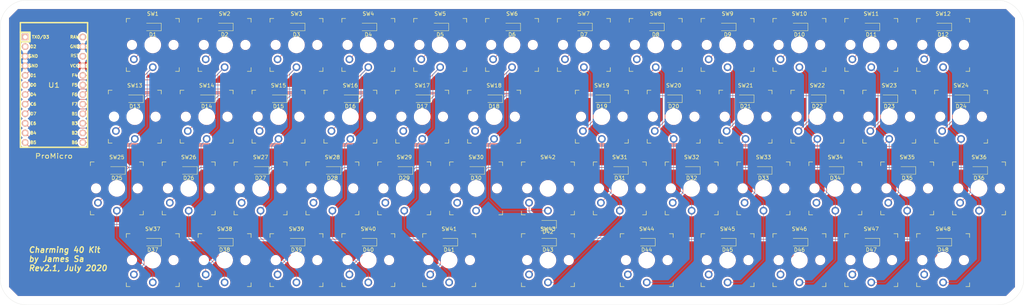
<source format=kicad_pcb>
(kicad_pcb (version 20171130) (host pcbnew "(5.1.6-0-10_14)")
  (title_block (title "Charming 40 Kit") (date 2020-07-15) (rev v2.1) (company "James Sa") (comment 1 "Pro Micro Kit"))
  (layers (0 F.Cu signal) (31 B.Cu signal) (34 B.Paste user) (35 F.Paste user) (36 B.SilkS user) (37 F.SilkS user) (38 B.Mask user) (39 F.Mask user) (44 Edge.Cuts user))
  (net 0 "")
  (net 1 "Net-(D1-Pad2)")
  (net 2 row0)
  (net 3 "Net-(D2-Pad2)")
  (net 4 row1)
  (net 5 "Net-(D3-Pad2)")
  (net 6 "Net-(D4-Pad2)")
  (net 7 col0)
  (net 8 col1)
  (net 9 GND)
  (net 10 row2)
  (net 11 row3)
  (net 12 "Net-(D5-Pad2)")
  (net 13 "Net-(D6-Pad2)")
  (net 14 "Net-(D7-Pad2)")
  (net 15 "Net-(D8-Pad2)")
  (net 16 "Net-(D9-Pad2)")
  (net 17 "Net-(D10-Pad2)")
  (net 18 "Net-(D11-Pad2)")
  (net 19 "Net-(D12-Pad2)")
  (net 20 "Net-(D13-Pad2)")
  (net 21 "Net-(D14-Pad2)")
  (net 22 "Net-(D15-Pad2)")
  (net 23 "Net-(D16-Pad2)")
  (net 24 "Net-(D17-Pad2)")
  (net 25 "Net-(D18-Pad2)")
  (net 26 "Net-(D19-Pad2)")
  (net 27 "Net-(D20-Pad2)")
  (net 28 "Net-(D21-Pad2)")
  (net 29 "Net-(D22-Pad2)")
  (net 30 "Net-(D23-Pad2)")
  (net 31 "Net-(D24-Pad2)")
  (net 32 "Net-(D25-Pad2)")
  (net 33 "Net-(D26-Pad2)")
  (net 34 "Net-(D27-Pad2)")
  (net 35 "Net-(D28-Pad2)")
  (net 36 "Net-(D29-Pad2)")
  (net 37 "Net-(D30-Pad2)")
  (net 38 "Net-(D31-Pad2)")
  (net 39 "Net-(D32-Pad2)")
  (net 40 "Net-(D33-Pad2)")
  (net 41 "Net-(D34-Pad2)")
  (net 42 "Net-(D35-Pad2)")
  (net 43 "Net-(D36-Pad2)")
  (net 44 "Net-(D37-Pad2)")
  (net 45 "Net-(D38-Pad2)")
  (net 46 "Net-(D39-Pad2)")
  (net 47 "Net-(D40-Pad2)")
  (net 48 "Net-(D41-Pad2)")
  (net 49 "Net-(D42-Pad2)")
  (net 50 "Net-(D43-Pad2)")
  (net 51 "Net-(D44-Pad2)")
  (net 52 "Net-(D45-Pad2)")
  (net 53 "Net-(D46-Pad2)")
  (net 54 "Net-(D47-Pad2)")
  (net 55 "Net-(D48-Pad2)")
  (net 56 col2)
  (net 57 col3)
  (net 58 col4)
  (net 59 col5)
  (net 60 col6)
  (net 61 col7)
  (net 62 col8)
  (net 63 col9)
  (net 64 col10)
  (net 65 col11)
  (net 66 VCC)
  (module Charming:SW_PG1350 (layer F.Cu) (at 157.75 106.625)
    (fp_text reference SW42 (at 0 -8.255) (layer F.SilkS))
    (fp_text value SW_Push)
    (pad "" np_thru_hole circle (at -5.5 0) (size 1.7018 1.7018) (drill 1.7018) (layers *.Cu *.Mask))
    (pad "" np_thru_hole circle (at 5.5 0) (size 1.7018 1.7018) (drill 1.7018) (layers *.Cu *.Mask))
    (pad 1 thru_hole circle (at 0 5.9) (size 2.032 2.032) (drill 1.27) (layers *.Cu *.Mask) (net 59 col5))
    (pad 2 thru_hole circle (at -5 3.8) (size 2.032 2.032) (drill 1.27) (layers *.Cu *.Mask) (net 49 "Net-(D42-Pad2)"))
    (pad "" np_thru_hole circle (at 0 0) (size 3.429 3.429) (drill 3.429) (layers *.Cu *.Mask))
  )
  (module Keebio:ArduinoProMicro (layer F.Cu) (at 27.125 80.5 270)
    (fp_text reference U1 (at -1.218 0.007 180) (layer F.SilkS) (effects (font (size 1.27 1.524) (thickness 0.2032))))
    (fp_text value ProMicro (at 17.578 0.007 180) (layer F.SilkS) (effects (font (size 1.27 1.524) (thickness 0.2032))))
    (fp_text user TX0/D3 (at -13.97 3.571872) (layer F.SilkS) (effects (font (size 0.8 0.8))))
    (fp_text user TX0/D3 (at -13.97 3.571872) (layer F.SilkS) (effects (font (size 0.8 0.8))))
    (fp_text user D2 (at -11.43 5.461) (layer F.SilkS) (effects (font (size 0.8 0.8))))
    (fp_text user D0 (at -1.27 5.461) (layer F.SilkS) (effects (font (size 0.8 0.8))))
    (fp_text user D1 (at -3.81 5.461) (layer F.SilkS) (effects (font (size 0.8 0.8))))
    (fp_text user GND (at -6.35 5.461) (layer F.SilkS) (effects (font (size 0.8 0.8))))
    (fp_text user GND (at -8.89 5.461) (layer F.SilkS) (effects (font (size 0.8 0.8))))
    (fp_text user D4 (at 1.27 5.461) (layer F.SilkS) (effects (font (size 0.8 0.8))))
    (fp_text user C6 (at 3.81 5.461) (layer F.SilkS) (effects (font (size 0.8 0.8))))
    (fp_text user D7 (at 6.35 5.461) (layer F.SilkS) (effects (font (size 0.8 0.8))))
    (fp_text user E6 (at 8.89 5.461) (layer F.SilkS) (effects (font (size 0.8 0.8))))
    (fp_text user B4 (at 11.43 5.461) (layer F.SilkS) (effects (font (size 0.8 0.8))))
    (fp_text user B5 (at 13.97 5.461) (layer F.SilkS) (effects (font (size 0.8 0.8))))
    (fp_text user B6 (at 13.97 -5.461) (layer F.SilkS) (effects (font (size 0.8 0.8))))
    (fp_text user B2 (at 11.43 -5.461) (layer F.SilkS) (effects (font (size 0.8 0.8))))
    (fp_text user B3 (at 8.89 -5.461) (layer F.SilkS) (effects (font (size 0.8 0.8))))
    (fp_text user B1 (at 6.35 -5.461) (layer F.SilkS) (effects (font (size 0.8 0.8))))
    (fp_text user F7 (at 3.81 -5.461) (layer F.SilkS) (effects (font (size 0.8 0.8))))
    (fp_text user F6 (at 1.27 -5.461) (layer F.SilkS) (effects (font (size 0.8 0.8))))
    (fp_text user F5 (at -1.27 -5.461) (layer F.SilkS) (effects (font (size 0.8 0.8))))
    (fp_text user F4 (at -3.81 -5.461) (layer F.SilkS) (effects (font (size 0.8 0.8))))
    (fp_text user VCC (at -6.35 -5.461) (layer F.SilkS) (effects (font (size 0.8 0.8))))
    (fp_text user RST (at -9.017 -5.461) (layer F.SilkS) (effects (font (size 0.8 0.8))))
    (fp_text user GND (at -11.43 -5.461) (layer F.SilkS) (effects (font (size 0.8 0.8))))
    (fp_text user RAW (at -13.97 -5.461) (layer F.SilkS) (effects (font (size 0.8 0.8))))
    (fp_text user RAW (at -13.97 -5.461) (layer F.SilkS) (effects (font (size 0.8 0.8))))
    (fp_text user GND (at -11.43 -5.461) (layer F.SilkS) (effects (font (size 0.8 0.8))))
    (fp_text user VCC (at -6.35 -5.461) (layer F.SilkS) (effects (font (size 0.8 0.8))))
    (fp_text user F4 (at -3.81 -5.461) (layer F.SilkS) (effects (font (size 0.8 0.8))))
    (fp_text user F5 (at -1.27 -5.461) (layer F.SilkS) (effects (font (size 0.8 0.8))))
    (fp_text user F6 (at 1.27 -5.461) (layer F.SilkS) (effects (font (size 0.8 0.8))))
    (fp_text user F7 (at 3.81 -5.461) (layer F.SilkS) (effects (font (size 0.8 0.8))))
    (fp_text user B1 (at 6.35 -5.461) (layer F.SilkS) (effects (font (size 0.8 0.8))))
    (fp_text user B3 (at 8.89 -5.461) (layer F.SilkS) (effects (font (size 0.8 0.8))))
    (fp_text user B2 (at 11.43 -5.461) (layer F.SilkS) (effects (font (size 0.8 0.8))))
    (fp_text user B6 (at 13.97 -5.461) (layer F.SilkS) (effects (font (size 0.8 0.8))))
    (fp_text user B5 (at 13.97 5.461) (layer F.SilkS) (effects (font (size 0.8 0.8))))
    (fp_text user B4 (at 11.43 5.461) (layer F.SilkS) (effects (font (size 0.8 0.8))))
    (fp_text user E6 (at 8.89 5.461) (layer F.SilkS) (effects (font (size 0.8 0.8))))
    (fp_text user D7 (at 6.35 5.461) (layer F.SilkS) (effects (font (size 0.8 0.8))))
    (fp_text user C6 (at 3.81 5.461) (layer F.SilkS) (effects (font (size 0.8 0.8))))
    (fp_text user D4 (at 1.27 5.461) (layer F.SilkS) (effects (font (size 0.8 0.8))))
    (fp_text user GND (at -8.89 5.461) (layer F.SilkS) (effects (font (size 0.8 0.8))))
    (fp_text user GND (at -6.35 5.461) (layer F.SilkS) (effects (font (size 0.8 0.8))))
    (fp_text user D1 (at -3.81 5.461) (layer F.SilkS) (effects (font (size 0.8 0.8))))
    (fp_text user D0 (at -1.27 5.461) (layer F.SilkS) (effects (font (size 0.8 0.8))))
    (fp_text user D2 (at -11.43 5.461) (layer F.SilkS) (effects (font (size 0.8 0.8))))
    (pad 24 thru_hole circle (at -13.97 -7.62 270) (size 1.7526 1.7526) (drill 1.0922) (layers *.Cu *.SilkS *.Mask))
    (pad 12 thru_hole circle (at 13.97 7.62 270) (size 1.7526 1.7526) (drill 1.0922) (layers *.Cu *.SilkS *.Mask) (net 11 row3))
    (pad 23 thru_hole circle (at -11.43 -7.62 270) (size 1.7526 1.7526) (drill 1.0922) (layers *.Cu *.SilkS *.Mask) (net 9 GND))
    (pad 22 thru_hole circle (at -8.89 -7.62 270) (size 1.7526 1.7526) (drill 1.0922) (layers *.Cu *.SilkS *.Mask))
    (pad 21 thru_hole circle (at -6.35 -7.62 270) (size 1.7526 1.7526) (drill 1.0922) (layers *.Cu *.SilkS *.Mask) (net 66 VCC))
    (pad 20 thru_hole circle (at -3.81 -7.62 270) (size 1.7526 1.7526) (drill 1.0922) (layers *.Cu *.SilkS *.Mask) (net 7 col0))
    (pad 19 thru_hole circle (at -1.27 -7.62 270) (size 1.7526 1.7526) (drill 1.0922) (layers *.Cu *.SilkS *.Mask) (net 56 col2))
    (pad 18 thru_hole circle (at 1.27 -7.62 270) (size 1.7526 1.7526) (drill 1.0922) (layers *.Cu *.SilkS *.Mask) (net 58 col4))
    (pad 17 thru_hole circle (at 3.81 -7.62 270) (size 1.7526 1.7526) (drill 1.0922) (layers *.Cu *.SilkS *.Mask) (net 60 col6))
    (pad 16 thru_hole circle (at 6.35 -7.62 270) (size 1.7526 1.7526) (drill 1.0922) (layers *.Cu *.SilkS *.Mask) (net 4 row1))
    (pad 15 thru_hole circle (at 8.89 -7.62 270) (size 1.7526 1.7526) (drill 1.0922) (layers *.Cu *.SilkS *.Mask) (net 62 col8))
    (pad 14 thru_hole circle (at 11.43 -7.62 270) (size 1.7526 1.7526) (drill 1.0922) (layers *.Cu *.SilkS *.Mask) (net 64 col10))
    (pad 13 thru_hole circle (at 13.97 -7.62 270) (size 1.7526 1.7526) (drill 1.0922) (layers *.Cu *.SilkS *.Mask) (net 10 row2))
    (pad 11 thru_hole circle (at 11.43 7.62 270) (size 1.7526 1.7526) (drill 1.0922) (layers *.Cu *.SilkS *.Mask) (net 65 col11))
    (pad 10 thru_hole circle (at 8.89 7.62 270) (size 1.7526 1.7526) (drill 1.0922) (layers *.Cu *.SilkS *.Mask) (net 63 col9))
    (pad 9 thru_hole circle (at 6.35 7.62 270) (size 1.7526 1.7526) (drill 1.0922) (layers *.Cu *.SilkS *.Mask) (net 61 col7))
    (pad 8 thru_hole circle (at 3.81 7.62 270) (size 1.7526 1.7526) (drill 1.0922) (layers *.Cu *.SilkS *.Mask) (net 59 col5))
    (pad 7 thru_hole circle (at 1.27 7.62 270) (size 1.7526 1.7526) (drill 1.0922) (layers *.Cu *.SilkS *.Mask) (net 57 col3))
    (pad 6 thru_hole circle (at -1.27 7.62 270) (size 1.7526 1.7526) (drill 1.0922) (layers *.Cu *.SilkS *.Mask) (net 8 col1))
    (pad 5 thru_hole circle (at -3.81 7.62 270) (size 1.7526 1.7526) (drill 1.0922) (layers *.Cu *.SilkS *.Mask) (net 2 row0))
    (pad 4 thru_hole circle (at -6.35 7.62 270) (size 1.7526 1.7526) (drill 1.0922) (layers *.Cu *.SilkS *.Mask) (net 9 GND))
    (pad 3 thru_hole circle (at -8.89 7.62 270) (size 1.7526 1.7526) (drill 1.0922) (layers *.Cu *.SilkS *.Mask) (net 9 GND))
    (pad 2 thru_hole circle (at -11.43 7.62 270) (size 1.7526 1.7526) (drill 1.0922) (layers *.Cu *.SilkS *.Mask))
    (pad 1 thru_hole rect (at -13.97 7.62 270) (size 1.7526 1.7526) (drill 1.0922) (layers *.Cu *.SilkS *.Mask))
  )
  (module Charming:SW_PG1350 (layer F.Cu) (at 195.75 106.625)
    (fp_text reference SW32 (at 0 -8.255) (layer F.SilkS))
    (fp_text value SW_Push)
    (pad "" np_thru_hole circle (at -5.5 0) (size 1.7018 1.7018) (drill 1.7018) (layers *.Cu *.Mask))
    (pad "" np_thru_hole circle (at 5.5 0) (size 1.7018 1.7018) (drill 1.7018) (layers *.Cu *.Mask))
    (pad 1 thru_hole circle (at 0 5.9) (size 2.032 2.032) (drill 1.27) (layers *.Cu *.Mask) (net 61 col7))
    (pad 2 thru_hole circle (at -5 3.8) (size 2.032 2.032) (drill 1.27) (layers *.Cu *.Mask) (net 39 "Net-(D32-Pad2)"))
    (pad "" np_thru_hole circle (at 0 0) (size 3.429 3.429) (drill 3.429) (layers *.Cu *.Mask))
  )
  (module Charming:SW_PG1350 (layer F.Cu) (at 214.75 106.625)
    (fp_text reference SW33 (at 0 -8.255) (layer F.SilkS))
    (fp_text value SW_Push)
    (pad "" np_thru_hole circle (at -5.5 0) (size 1.7018 1.7018) (drill 1.7018) (layers *.Cu *.Mask))
    (pad "" np_thru_hole circle (at 5.5 0) (size 1.7018 1.7018) (drill 1.7018) (layers *.Cu *.Mask))
    (pad 1 thru_hole circle (at 0 5.9) (size 2.032 2.032) (drill 1.27) (layers *.Cu *.Mask) (net 62 col8))
    (pad 2 thru_hole circle (at -5 3.8) (size 2.032 2.032) (drill 1.27) (layers *.Cu *.Mask) (net 40 "Net-(D33-Pad2)"))
    (pad "" np_thru_hole circle (at 0 0) (size 3.429 3.429) (drill 3.429) (layers *.Cu *.Mask))
  )
  (module Charming:SW_PG1350 (layer F.Cu) (at 262.25 125.625)
    (fp_text reference SW48 (at 0 -8.255) (layer F.SilkS))
    (fp_text value SW_Push)
    (pad "" np_thru_hole circle (at -5.5 0) (size 1.7018 1.7018) (drill 1.7018) (layers *.Cu *.Mask))
    (pad "" np_thru_hole circle (at 5.5 0) (size 1.7018 1.7018) (drill 1.7018) (layers *.Cu *.Mask))
    (pad 1 thru_hole circle (at 0 5.9) (size 2.032 2.032) (drill 1.27) (layers *.Cu *.Mask) (net 65 col11))
    (pad 2 thru_hole circle (at -5 3.8) (size 2.032 2.032) (drill 1.27) (layers *.Cu *.Mask) (net 55 "Net-(D48-Pad2)"))
    (pad "" np_thru_hole circle (at 0 0) (size 3.429 3.429) (drill 3.429) (layers *.Cu *.Mask))
  )
  (module Charming:SW_PG1350 (layer F.Cu) (at 243.25 125.625)
    (fp_text reference SW47 (at 0 -8.255) (layer F.SilkS))
    (fp_text value SW_Push)
    (pad "" np_thru_hole circle (at -5.5 0) (size 1.7018 1.7018) (drill 1.7018) (layers *.Cu *.Mask))
    (pad "" np_thru_hole circle (at 5.5 0) (size 1.7018 1.7018) (drill 1.7018) (layers *.Cu *.Mask))
    (pad 1 thru_hole circle (at 0 5.9) (size 2.032 2.032) (drill 1.27) (layers *.Cu *.Mask) (net 64 col10))
    (pad 2 thru_hole circle (at -5 3.8) (size 2.032 2.032) (drill 1.27) (layers *.Cu *.Mask) (net 54 "Net-(D47-Pad2)"))
    (pad "" np_thru_hole circle (at 0 0) (size 3.429 3.429) (drill 3.429) (layers *.Cu *.Mask))
  )
  (module Charming:SW_PG1350 (layer F.Cu) (at 224.25 125.625)
    (fp_text reference SW46 (at 0 -8.255) (layer F.SilkS))
    (fp_text value SW_Push)
    (pad "" np_thru_hole circle (at -5.5 0) (size 1.7018 1.7018) (drill 1.7018) (layers *.Cu *.Mask))
    (pad "" np_thru_hole circle (at 5.5 0) (size 1.7018 1.7018) (drill 1.7018) (layers *.Cu *.Mask))
    (pad 1 thru_hole circle (at 0 5.9) (size 2.032 2.032) (drill 1.27) (layers *.Cu *.Mask) (net 63 col9))
    (pad 2 thru_hole circle (at -5 3.8) (size 2.032 2.032) (drill 1.27) (layers *.Cu *.Mask) (net 53 "Net-(D46-Pad2)"))
    (pad "" np_thru_hole circle (at 0 0) (size 3.429 3.429) (drill 3.429) (layers *.Cu *.Mask))
  )
  (module Charming:SW_PG1350 (layer F.Cu) (at 205.25 125.625)
    (fp_text reference SW45 (at 0 -8.255) (layer F.SilkS))
    (fp_text value SW_Push)
    (pad "" np_thru_hole circle (at -5.5 0) (size 1.7018 1.7018) (drill 1.7018) (layers *.Cu *.Mask))
    (pad "" np_thru_hole circle (at 5.5 0) (size 1.7018 1.7018) (drill 1.7018) (layers *.Cu *.Mask))
    (pad 1 thru_hole circle (at 0 5.9) (size 2.032 2.032) (drill 1.27) (layers *.Cu *.Mask) (net 62 col8))
    (pad 2 thru_hole circle (at -5 3.8) (size 2.032 2.032) (drill 1.27) (layers *.Cu *.Mask) (net 52 "Net-(D45-Pad2)"))
    (pad "" np_thru_hole circle (at 0 0) (size 3.429 3.429) (drill 3.429) (layers *.Cu *.Mask))
  )
  (module Charming:SW_PG1350 (layer F.Cu) (at 183.875 125.625)
    (fp_text reference SW44 (at 0 -8.255) (layer F.SilkS))
    (fp_text value SW_Push)
    (pad "" np_thru_hole circle (at -5.5 0) (size 1.7018 1.7018) (drill 1.7018) (layers *.Cu *.Mask))
    (pad "" np_thru_hole circle (at 5.5 0) (size 1.7018 1.7018) (drill 1.7018) (layers *.Cu *.Mask))
    (pad 1 thru_hole circle (at 0 5.9) (size 2.032 2.032) (drill 1.27) (layers *.Cu *.Mask) (net 61 col7))
    (pad 2 thru_hole circle (at -5 3.8) (size 2.032 2.032) (drill 1.27) (layers *.Cu *.Mask) (net 51 "Net-(D44-Pad2)"))
    (pad "" np_thru_hole circle (at 0 0) (size 3.429 3.429) (drill 3.429) (layers *.Cu *.Mask))
  )
  (module Charming:SW_PG1350 (layer F.Cu) (at 157.75 125.625)
    (fp_text reference SW43 (at 0 -8.255) (layer F.SilkS))
    (fp_text value SW_Push)
    (pad "" np_thru_hole circle (at -5.5 0) (size 1.7018 1.7018) (drill 1.7018) (layers *.Cu *.Mask))
    (pad "" np_thru_hole circle (at 5.5 0) (size 1.7018 1.7018) (drill 1.7018) (layers *.Cu *.Mask))
    (pad 1 thru_hole circle (at 0 5.9) (size 2.032 2.032) (drill 1.27) (layers *.Cu *.Mask) (net 60 col6))
    (pad 2 thru_hole circle (at -5 3.8) (size 2.032 2.032) (drill 1.27) (layers *.Cu *.Mask) (net 50 "Net-(D43-Pad2)"))
    (pad "" np_thru_hole circle (at 0 0) (size 3.429 3.429) (drill 3.429) (layers *.Cu *.Mask))
  )
  (module Charming:SW_PG1350 (layer F.Cu) (at 131.625 125.625)
    (fp_text reference SW41 (at 0 -8.255) (layer F.SilkS))
    (fp_text value SW_Push)
    (pad "" np_thru_hole circle (at -5.5 0) (size 1.7018 1.7018) (drill 1.7018) (layers *.Cu *.Mask))
    (pad "" np_thru_hole circle (at 5.5 0) (size 1.7018 1.7018) (drill 1.7018) (layers *.Cu *.Mask))
    (pad 1 thru_hole circle (at 0 5.9) (size 2.032 2.032) (drill 1.27) (layers *.Cu *.Mask) (net 58 col4))
    (pad 2 thru_hole circle (at -5 3.8) (size 2.032 2.032) (drill 1.27) (layers *.Cu *.Mask) (net 48 "Net-(D41-Pad2)"))
    (pad "" np_thru_hole circle (at 0 0) (size 3.429 3.429) (drill 3.429) (layers *.Cu *.Mask))
  )
  (module Charming:SW_PG1350 (layer F.Cu) (at 110.25 125.625)
    (fp_text reference SW40 (at 0 -8.255) (layer F.SilkS))
    (fp_text value SW_Push)
    (pad "" np_thru_hole circle (at -5.5 0) (size 1.7018 1.7018) (drill 1.7018) (layers *.Cu *.Mask))
    (pad "" np_thru_hole circle (at 5.5 0) (size 1.7018 1.7018) (drill 1.7018) (layers *.Cu *.Mask))
    (pad 1 thru_hole circle (at 0 5.9) (size 2.032 2.032) (drill 1.27) (layers *.Cu *.Mask) (net 57 col3))
    (pad 2 thru_hole circle (at -5 3.8) (size 2.032 2.032) (drill 1.27) (layers *.Cu *.Mask) (net 47 "Net-(D40-Pad2)"))
    (pad "" np_thru_hole circle (at 0 0) (size 3.429 3.429) (drill 3.429) (layers *.Cu *.Mask))
  )
  (module Charming:SW_PG1350 (layer F.Cu) (at 91.25 125.625)
    (fp_text reference SW39 (at 0 -8.255) (layer F.SilkS))
    (fp_text value SW_Push)
    (pad "" np_thru_hole circle (at -5.5 0) (size 1.7018 1.7018) (drill 1.7018) (layers *.Cu *.Mask))
    (pad "" np_thru_hole circle (at 5.5 0) (size 1.7018 1.7018) (drill 1.7018) (layers *.Cu *.Mask))
    (pad 1 thru_hole circle (at 0 5.9) (size 2.032 2.032) (drill 1.27) (layers *.Cu *.Mask) (net 56 col2))
    (pad 2 thru_hole circle (at -5 3.8) (size 2.032 2.032) (drill 1.27) (layers *.Cu *.Mask) (net 46 "Net-(D39-Pad2)"))
    (pad "" np_thru_hole circle (at 0 0) (size 3.429 3.429) (drill 3.429) (layers *.Cu *.Mask))
  )
  (module Charming:SW_PG1350 (layer F.Cu) (at 72.25 125.625)
    (fp_text reference SW38 (at 0 -8.255) (layer F.SilkS))
    (fp_text value SW_Push)
    (pad "" np_thru_hole circle (at -5.5 0) (size 1.7018 1.7018) (drill 1.7018) (layers *.Cu *.Mask))
    (pad "" np_thru_hole circle (at 5.5 0) (size 1.7018 1.7018) (drill 1.7018) (layers *.Cu *.Mask))
    (pad 1 thru_hole circle (at 0 5.9) (size 2.032 2.032) (drill 1.27) (layers *.Cu *.Mask) (net 8 col1))
    (pad 2 thru_hole circle (at -5 3.8) (size 2.032 2.032) (drill 1.27) (layers *.Cu *.Mask) (net 45 "Net-(D38-Pad2)"))
    (pad "" np_thru_hole circle (at 0 0) (size 3.429 3.429) (drill 3.429) (layers *.Cu *.Mask))
  )
  (module Charming:SW_PG1350 (layer F.Cu) (at 53.25 125.625)
    (fp_text reference SW37 (at 0 -8.255) (layer F.SilkS))
    (fp_text value SW_Push)
    (pad "" np_thru_hole circle (at -5.5 0) (size 1.7018 1.7018) (drill 1.7018) (layers *.Cu *.Mask))
    (pad "" np_thru_hole circle (at 5.5 0) (size 1.7018 1.7018) (drill 1.7018) (layers *.Cu *.Mask))
    (pad 1 thru_hole circle (at 0 5.9) (size 2.032 2.032) (drill 1.27) (layers *.Cu *.Mask) (net 7 col0))
    (pad 2 thru_hole circle (at -5 3.8) (size 2.032 2.032) (drill 1.27) (layers *.Cu *.Mask) (net 44 "Net-(D37-Pad2)"))
    (pad "" np_thru_hole circle (at 0 0) (size 3.429 3.429) (drill 3.429) (layers *.Cu *.Mask))
  )
  (module Charming:SW_PG1350 (layer F.Cu) (at 271.75 106.625)
    (fp_text reference SW36 (at 0 -8.255) (layer F.SilkS))
    (fp_text value SW_Push)
    (pad "" np_thru_hole circle (at -5.5 0) (size 1.7018 1.7018) (drill 1.7018) (layers *.Cu *.Mask))
    (pad "" np_thru_hole circle (at 5.5 0) (size 1.7018 1.7018) (drill 1.7018) (layers *.Cu *.Mask))
    (pad 1 thru_hole circle (at 0 5.9) (size 2.032 2.032) (drill 1.27) (layers *.Cu *.Mask) (net 65 col11))
    (pad 2 thru_hole circle (at -5 3.8) (size 2.032 2.032) (drill 1.27) (layers *.Cu *.Mask) (net 43 "Net-(D36-Pad2)"))
    (pad "" np_thru_hole circle (at 0 0) (size 3.429 3.429) (drill 3.429) (layers *.Cu *.Mask))
  )
  (module Charming:SW_PG1350 (layer F.Cu) (at 252.75 106.625)
    (fp_text reference SW35 (at 0 -8.255) (layer F.SilkS))
    (fp_text value SW_Push)
    (pad "" np_thru_hole circle (at -5.5 0) (size 1.7018 1.7018) (drill 1.7018) (layers *.Cu *.Mask))
    (pad "" np_thru_hole circle (at 5.5 0) (size 1.7018 1.7018) (drill 1.7018) (layers *.Cu *.Mask))
    (pad 1 thru_hole circle (at 0 5.9) (size 2.032 2.032) (drill 1.27) (layers *.Cu *.Mask) (net 64 col10))
    (pad 2 thru_hole circle (at -5 3.8) (size 2.032 2.032) (drill 1.27) (layers *.Cu *.Mask) (net 42 "Net-(D35-Pad2)"))
    (pad "" np_thru_hole circle (at 0 0) (size 3.429 3.429) (drill 3.429) (layers *.Cu *.Mask))
  )
  (module Charming:SW_PG1350 (layer F.Cu) (at 233.75 106.625)
    (fp_text reference SW34 (at 0 -8.255) (layer F.SilkS))
    (fp_text value SW_Push)
    (pad "" np_thru_hole circle (at -5.5 0) (size 1.7018 1.7018) (drill 1.7018) (layers *.Cu *.Mask))
    (pad "" np_thru_hole circle (at 5.5 0) (size 1.7018 1.7018) (drill 1.7018) (layers *.Cu *.Mask))
    (pad 1 thru_hole circle (at 0 5.9) (size 2.032 2.032) (drill 1.27) (layers *.Cu *.Mask) (net 63 col9))
    (pad 2 thru_hole circle (at -5 3.8) (size 2.032 2.032) (drill 1.27) (layers *.Cu *.Mask) (net 41 "Net-(D34-Pad2)"))
    (pad "" np_thru_hole circle (at 0 0) (size 3.429 3.429) (drill 3.429) (layers *.Cu *.Mask))
  )
  (module Charming:SW_PG1350 (layer F.Cu) (at 176.75 106.625)
    (fp_text reference SW31 (at 0 -8.255) (layer F.SilkS))
    (fp_text value SW_Push)
    (pad "" np_thru_hole circle (at -5.5 0) (size 1.7018 1.7018) (drill 1.7018) (layers *.Cu *.Mask))
    (pad "" np_thru_hole circle (at 5.5 0) (size 1.7018 1.7018) (drill 1.7018) (layers *.Cu *.Mask))
    (pad 1 thru_hole circle (at 0 5.9) (size 2.032 2.032) (drill 1.27) (layers *.Cu *.Mask) (net 60 col6))
    (pad 2 thru_hole circle (at -5 3.8) (size 2.032 2.032) (drill 1.27) (layers *.Cu *.Mask) (net 38 "Net-(D31-Pad2)"))
    (pad "" np_thru_hole circle (at 0 0) (size 3.429 3.429) (drill 3.429) (layers *.Cu *.Mask))
  )
  (module Charming:SW_PG1350 (layer F.Cu) (at 138.75 106.625)
    (fp_text reference SW30 (at 0 -8.255) (layer F.SilkS))
    (fp_text value SW_Push)
    (pad "" np_thru_hole circle (at -5.5 0) (size 1.7018 1.7018) (drill 1.7018) (layers *.Cu *.Mask))
    (pad "" np_thru_hole circle (at 5.5 0) (size 1.7018 1.7018) (drill 1.7018) (layers *.Cu *.Mask))
    (pad 1 thru_hole circle (at 0 5.9) (size 2.032 2.032) (drill 1.27) (layers *.Cu *.Mask) (net 59 col5))
    (pad 2 thru_hole circle (at -5 3.8) (size 2.032 2.032) (drill 1.27) (layers *.Cu *.Mask) (net 37 "Net-(D30-Pad2)"))
    (pad "" np_thru_hole circle (at 0 0) (size 3.429 3.429) (drill 3.429) (layers *.Cu *.Mask))
  )
  (module Charming:SW_PG1350 (layer F.Cu) (at 119.75 106.625)
    (fp_text reference SW29 (at 0 -8.255) (layer F.SilkS))
    (fp_text value SW_Push)
    (pad "" np_thru_hole circle (at -5.5 0) (size 1.7018 1.7018) (drill 1.7018) (layers *.Cu *.Mask))
    (pad "" np_thru_hole circle (at 5.5 0) (size 1.7018 1.7018) (drill 1.7018) (layers *.Cu *.Mask))
    (pad 1 thru_hole circle (at 0 5.9) (size 2.032 2.032) (drill 1.27) (layers *.Cu *.Mask) (net 58 col4))
    (pad 2 thru_hole circle (at -5 3.8) (size 2.032 2.032) (drill 1.27) (layers *.Cu *.Mask) (net 36 "Net-(D29-Pad2)"))
    (pad "" np_thru_hole circle (at 0 0) (size 3.429 3.429) (drill 3.429) (layers *.Cu *.Mask))
  )
  (module Charming:SW_PG1350 (layer F.Cu) (at 100.75 106.625)
    (fp_text reference SW28 (at 0 -8.255) (layer F.SilkS))
    (fp_text value SW_Push)
    (pad "" np_thru_hole circle (at -5.5 0) (size 1.7018 1.7018) (drill 1.7018) (layers *.Cu *.Mask))
    (pad "" np_thru_hole circle (at 5.5 0) (size 1.7018 1.7018) (drill 1.7018) (layers *.Cu *.Mask))
    (pad 1 thru_hole circle (at 0 5.9) (size 2.032 2.032) (drill 1.27) (layers *.Cu *.Mask) (net 57 col3))
    (pad 2 thru_hole circle (at -5 3.8) (size 2.032 2.032) (drill 1.27) (layers *.Cu *.Mask) (net 35 "Net-(D28-Pad2)"))
    (pad "" np_thru_hole circle (at 0 0) (size 3.429 3.429) (drill 3.429) (layers *.Cu *.Mask))
  )
  (module Charming:SW_PG1350 (layer F.Cu) (at 81.75 106.625)
    (fp_text reference SW27 (at 0 -8.255) (layer F.SilkS))
    (fp_text value SW_Push)
    (pad "" np_thru_hole circle (at -5.5 0) (size 1.7018 1.7018) (drill 1.7018) (layers *.Cu *.Mask))
    (pad "" np_thru_hole circle (at 5.5 0) (size 1.7018 1.7018) (drill 1.7018) (layers *.Cu *.Mask))
    (pad 1 thru_hole circle (at 0 5.9) (size 2.032 2.032) (drill 1.27) (layers *.Cu *.Mask) (net 56 col2))
    (pad 2 thru_hole circle (at -5 3.8) (size 2.032 2.032) (drill 1.27) (layers *.Cu *.Mask) (net 34 "Net-(D27-Pad2)"))
    (pad "" np_thru_hole circle (at 0 0) (size 3.429 3.429) (drill 3.429) (layers *.Cu *.Mask))
  )
  (module Charming:SW_PG1350 (layer F.Cu) (at 62.75 106.625)
    (fp_text reference SW26 (at 0 -8.255) (layer F.SilkS))
    (fp_text value SW_Push)
    (pad "" np_thru_hole circle (at -5.5 0) (size 1.7018 1.7018) (drill 1.7018) (layers *.Cu *.Mask))
    (pad "" np_thru_hole circle (at 5.5 0) (size 1.7018 1.7018) (drill 1.7018) (layers *.Cu *.Mask))
    (pad 1 thru_hole circle (at 0 5.9) (size 2.032 2.032) (drill 1.27) (layers *.Cu *.Mask) (net 8 col1))
    (pad 2 thru_hole circle (at -5 3.8) (size 2.032 2.032) (drill 1.27) (layers *.Cu *.Mask) (net 33 "Net-(D26-Pad2)"))
    (pad "" np_thru_hole circle (at 0 0) (size 3.429 3.429) (drill 3.429) (layers *.Cu *.Mask))
  )
  (module Charming:SW_PG1350 (layer F.Cu) (at 43.75 106.625)
    (fp_text reference SW25 (at 0 -8.255) (layer F.SilkS))
    (fp_text value SW_Push)
    (pad "" np_thru_hole circle (at -5.5 0) (size 1.7018 1.7018) (drill 1.7018) (layers *.Cu *.Mask))
    (pad "" np_thru_hole circle (at 5.5 0) (size 1.7018 1.7018) (drill 1.7018) (layers *.Cu *.Mask))
    (pad 1 thru_hole circle (at 0 5.9) (size 2.032 2.032) (drill 1.27) (layers *.Cu *.Mask) (net 7 col0))
    (pad 2 thru_hole circle (at -5 3.8) (size 2.032 2.032) (drill 1.27) (layers *.Cu *.Mask) (net 32 "Net-(D25-Pad2)"))
    (pad "" np_thru_hole circle (at 0 0) (size 3.429 3.429) (drill 3.429) (layers *.Cu *.Mask))
  )
  (module Charming:SW_PG1350 (layer F.Cu) (at 267 87.625)
    (fp_text reference SW24 (at 0 -8.255) (layer F.SilkS))
    (fp_text value SW_Push)
    (pad "" np_thru_hole circle (at -5.5 0) (size 1.7018 1.7018) (drill 1.7018) (layers *.Cu *.Mask))
    (pad "" np_thru_hole circle (at 5.5 0) (size 1.7018 1.7018) (drill 1.7018) (layers *.Cu *.Mask))
    (pad 1 thru_hole circle (at 0 5.9) (size 2.032 2.032) (drill 1.27) (layers *.Cu *.Mask) (net 65 col11))
    (pad 2 thru_hole circle (at -5 3.8) (size 2.032 2.032) (drill 1.27) (layers *.Cu *.Mask) (net 31 "Net-(D24-Pad2)"))
    (pad "" np_thru_hole circle (at 0 0) (size 3.429 3.429) (drill 3.429) (layers *.Cu *.Mask))
  )
  (module Charming:SW_PG1350 (layer F.Cu) (at 248 87.625)
    (fp_text reference SW23 (at 0 -8.255) (layer F.SilkS))
    (fp_text value SW_Push)
    (pad "" np_thru_hole circle (at -5.5 0) (size 1.7018 1.7018) (drill 1.7018) (layers *.Cu *.Mask))
    (pad "" np_thru_hole circle (at 5.5 0) (size 1.7018 1.7018) (drill 1.7018) (layers *.Cu *.Mask))
    (pad 1 thru_hole circle (at 0 5.9) (size 2.032 2.032) (drill 1.27) (layers *.Cu *.Mask) (net 64 col10))
    (pad 2 thru_hole circle (at -5 3.8) (size 2.032 2.032) (drill 1.27) (layers *.Cu *.Mask) (net 30 "Net-(D23-Pad2)"))
    (pad "" np_thru_hole circle (at 0 0) (size 3.429 3.429) (drill 3.429) (layers *.Cu *.Mask))
  )
  (module Charming:SW_PG1350 (layer F.Cu) (at 229 87.625)
    (fp_text reference SW22 (at 0 -8.255) (layer F.SilkS))
    (fp_text value SW_Push)
    (pad "" np_thru_hole circle (at -5.5 0) (size 1.7018 1.7018) (drill 1.7018) (layers *.Cu *.Mask))
    (pad "" np_thru_hole circle (at 5.5 0) (size 1.7018 1.7018) (drill 1.7018) (layers *.Cu *.Mask))
    (pad 1 thru_hole circle (at 0 5.9) (size 2.032 2.032) (drill 1.27) (layers *.Cu *.Mask) (net 63 col9))
    (pad 2 thru_hole circle (at -5 3.8) (size 2.032 2.032) (drill 1.27) (layers *.Cu *.Mask) (net 29 "Net-(D22-Pad2)"))
    (pad "" np_thru_hole circle (at 0 0) (size 3.429 3.429) (drill 3.429) (layers *.Cu *.Mask))
  )
  (module Charming:SW_PG1350 (layer F.Cu) (at 210 87.625)
    (fp_text reference SW21 (at 0 -8.255) (layer F.SilkS))
    (fp_text value SW_Push)
    (pad "" np_thru_hole circle (at -5.5 0) (size 1.7018 1.7018) (drill 1.7018) (layers *.Cu *.Mask))
    (pad "" np_thru_hole circle (at 5.5 0) (size 1.7018 1.7018) (drill 1.7018) (layers *.Cu *.Mask))
    (pad 1 thru_hole circle (at 0 5.9) (size 2.032 2.032) (drill 1.27) (layers *.Cu *.Mask) (net 62 col8))
    (pad 2 thru_hole circle (at -5 3.8) (size 2.032 2.032) (drill 1.27) (layers *.Cu *.Mask) (net 28 "Net-(D21-Pad2)"))
    (pad "" np_thru_hole circle (at 0 0) (size 3.429 3.429) (drill 3.429) (layers *.Cu *.Mask))
  )
  (module Charming:SW_PG1350 (layer F.Cu) (at 191 87.625)
    (fp_text reference SW20 (at 0 -8.255) (layer F.SilkS))
    (fp_text value SW_Push)
    (pad "" np_thru_hole circle (at -5.5 0) (size 1.7018 1.7018) (drill 1.7018) (layers *.Cu *.Mask))
    (pad "" np_thru_hole circle (at 5.5 0) (size 1.7018 1.7018) (drill 1.7018) (layers *.Cu *.Mask))
    (pad 1 thru_hole circle (at 0 5.9) (size 2.032 2.032) (drill 1.27) (layers *.Cu *.Mask) (net 61 col7))
    (pad 2 thru_hole circle (at -5 3.8) (size 2.032 2.032) (drill 1.27) (layers *.Cu *.Mask) (net 27 "Net-(D20-Pad2)"))
    (pad "" np_thru_hole circle (at 0 0) (size 3.429 3.429) (drill 3.429) (layers *.Cu *.Mask))
  )
  (module Charming:SW_PG1350 (layer F.Cu) (at 172 87.625)
    (fp_text reference SW19 (at 0 -8.255) (layer F.SilkS))
    (fp_text value SW_Push)
    (pad "" np_thru_hole circle (at -5.5 0) (size 1.7018 1.7018) (drill 1.7018) (layers *.Cu *.Mask))
    (pad "" np_thru_hole circle (at 5.5 0) (size 1.7018 1.7018) (drill 1.7018) (layers *.Cu *.Mask))
    (pad 1 thru_hole circle (at 0 5.9) (size 2.032 2.032) (drill 1.27) (layers *.Cu *.Mask) (net 60 col6))
    (pad 2 thru_hole circle (at -5 3.8) (size 2.032 2.032) (drill 1.27) (layers *.Cu *.Mask) (net 26 "Net-(D19-Pad2)"))
    (pad "" np_thru_hole circle (at 0 0) (size 3.429 3.429) (drill 3.429) (layers *.Cu *.Mask))
  )
  (module Charming:SW_PG1350 (layer F.Cu) (at 143.5 87.625)
    (fp_text reference SW18 (at 0 -8.255) (layer F.SilkS))
    (fp_text value SW_Push)
    (pad "" np_thru_hole circle (at -5.5 0) (size 1.7018 1.7018) (drill 1.7018) (layers *.Cu *.Mask))
    (pad "" np_thru_hole circle (at 5.5 0) (size 1.7018 1.7018) (drill 1.7018) (layers *.Cu *.Mask))
    (pad 1 thru_hole circle (at 0 5.9) (size 2.032 2.032) (drill 1.27) (layers *.Cu *.Mask) (net 59 col5))
    (pad 2 thru_hole circle (at -5 3.8) (size 2.032 2.032) (drill 1.27) (layers *.Cu *.Mask) (net 25 "Net-(D18-Pad2)"))
    (pad "" np_thru_hole circle (at 0 0) (size 3.429 3.429) (drill 3.429) (layers *.Cu *.Mask))
  )
  (module Charming:SW_PG1350 (layer F.Cu) (at 124.5 87.625)
    (fp_text reference SW17 (at 0 -8.255) (layer F.SilkS))
    (fp_text value SW_Push)
    (pad "" np_thru_hole circle (at -5.5 0) (size 1.7018 1.7018) (drill 1.7018) (layers *.Cu *.Mask))
    (pad "" np_thru_hole circle (at 5.5 0) (size 1.7018 1.7018) (drill 1.7018) (layers *.Cu *.Mask))
    (pad 1 thru_hole circle (at 0 5.9) (size 2.032 2.032) (drill 1.27) (layers *.Cu *.Mask) (net 58 col4))
    (pad 2 thru_hole circle (at -5 3.8) (size 2.032 2.032) (drill 1.27) (layers *.Cu *.Mask) (net 24 "Net-(D17-Pad2)"))
    (pad "" np_thru_hole circle (at 0 0) (size 3.429 3.429) (drill 3.429) (layers *.Cu *.Mask))
  )
  (module Charming:SW_PG1350 (layer F.Cu) (at 105.5 87.625)
    (fp_text reference SW16 (at 0 -8.255) (layer F.SilkS))
    (fp_text value SW_Push)
    (pad "" np_thru_hole circle (at -5.5 0) (size 1.7018 1.7018) (drill 1.7018) (layers *.Cu *.Mask))
    (pad "" np_thru_hole circle (at 5.5 0) (size 1.7018 1.7018) (drill 1.7018) (layers *.Cu *.Mask))
    (pad 1 thru_hole circle (at 0 5.9) (size 2.032 2.032) (drill 1.27) (layers *.Cu *.Mask) (net 57 col3))
    (pad 2 thru_hole circle (at -5 3.8) (size 2.032 2.032) (drill 1.27) (layers *.Cu *.Mask) (net 23 "Net-(D16-Pad2)"))
    (pad "" np_thru_hole circle (at 0 0) (size 3.429 3.429) (drill 3.429) (layers *.Cu *.Mask))
  )
  (module Charming:SW_PG1350 (layer F.Cu) (at 86.5 87.625)
    (fp_text reference SW15 (at 0 -8.255) (layer F.SilkS))
    (fp_text value SW_Push)
    (pad "" np_thru_hole circle (at -5.5 0) (size 1.7018 1.7018) (drill 1.7018) (layers *.Cu *.Mask))
    (pad "" np_thru_hole circle (at 5.5 0) (size 1.7018 1.7018) (drill 1.7018) (layers *.Cu *.Mask))
    (pad 1 thru_hole circle (at 0 5.9) (size 2.032 2.032) (drill 1.27) (layers *.Cu *.Mask) (net 56 col2))
    (pad 2 thru_hole circle (at -5 3.8) (size 2.032 2.032) (drill 1.27) (layers *.Cu *.Mask) (net 22 "Net-(D15-Pad2)"))
    (pad "" np_thru_hole circle (at 0 0) (size 3.429 3.429) (drill 3.429) (layers *.Cu *.Mask))
  )
  (module Charming:SW_PG1350 (layer F.Cu) (at 67.5 87.625)
    (fp_text reference SW14 (at 0 -8.255) (layer F.SilkS))
    (fp_text value SW_Push)
    (pad "" np_thru_hole circle (at -5.5 0) (size 1.7018 1.7018) (drill 1.7018) (layers *.Cu *.Mask))
    (pad "" np_thru_hole circle (at 5.5 0) (size 1.7018 1.7018) (drill 1.7018) (layers *.Cu *.Mask))
    (pad 1 thru_hole circle (at 0 5.9) (size 2.032 2.032) (drill 1.27) (layers *.Cu *.Mask) (net 8 col1))
    (pad 2 thru_hole circle (at -5 3.8) (size 2.032 2.032) (drill 1.27) (layers *.Cu *.Mask) (net 21 "Net-(D14-Pad2)"))
    (pad "" np_thru_hole circle (at 0 0) (size 3.429 3.429) (drill 3.429) (layers *.Cu *.Mask))
  )
  (module Charming:SW_PG1350 (layer F.Cu) (at 48.5 87.625)
    (fp_text reference SW13 (at 0 -8.255) (layer F.SilkS))
    (fp_text value SW_Push)
    (pad "" np_thru_hole circle (at -5.5 0) (size 1.7018 1.7018) (drill 1.7018) (layers *.Cu *.Mask))
    (pad "" np_thru_hole circle (at 5.5 0) (size 1.7018 1.7018) (drill 1.7018) (layers *.Cu *.Mask))
    (pad 1 thru_hole circle (at 0 5.9) (size 2.032 2.032) (drill 1.27) (layers *.Cu *.Mask) (net 7 col0))
    (pad 2 thru_hole circle (at -5 3.8) (size 2.032 2.032) (drill 1.27) (layers *.Cu *.Mask) (net 20 "Net-(D13-Pad2)"))
    (pad "" np_thru_hole circle (at 0 0) (size 3.429 3.429) (drill 3.429) (layers *.Cu *.Mask))
  )
  (module Charming:SW_PG1350 (layer F.Cu) (at 262.25 68.625)
    (fp_text reference SW12 (at 0 -8.255) (layer F.SilkS))
    (fp_text value SW_Push)
    (pad "" np_thru_hole circle (at -5.5 0) (size 1.7018 1.7018) (drill 1.7018) (layers *.Cu *.Mask))
    (pad "" np_thru_hole circle (at 5.5 0) (size 1.7018 1.7018) (drill 1.7018) (layers *.Cu *.Mask))
    (pad 1 thru_hole circle (at 0 5.9) (size 2.032 2.032) (drill 1.27) (layers *.Cu *.Mask) (net 65 col11))
    (pad 2 thru_hole circle (at -5 3.8) (size 2.032 2.032) (drill 1.27) (layers *.Cu *.Mask) (net 19 "Net-(D12-Pad2)"))
    (pad "" np_thru_hole circle (at 0 0) (size 3.429 3.429) (drill 3.429) (layers *.Cu *.Mask))
  )
  (module Charming:SW_PG1350 (layer F.Cu) (at 243.25 68.625)
    (fp_text reference SW11 (at 0 -8.255) (layer F.SilkS))
    (fp_text value SW_Push)
    (pad "" np_thru_hole circle (at -5.5 0) (size 1.7018 1.7018) (drill 1.7018) (layers *.Cu *.Mask))
    (pad "" np_thru_hole circle (at 5.5 0) (size 1.7018 1.7018) (drill 1.7018) (layers *.Cu *.Mask))
    (pad 1 thru_hole circle (at 0 5.9) (size 2.032 2.032) (drill 1.27) (layers *.Cu *.Mask) (net 64 col10))
    (pad 2 thru_hole circle (at -5 3.8) (size 2.032 2.032) (drill 1.27) (layers *.Cu *.Mask) (net 18 "Net-(D11-Pad2)"))
    (pad "" np_thru_hole circle (at 0 0) (size 3.429 3.429) (drill 3.429) (layers *.Cu *.Mask))
  )
  (module Charming:SW_PG1350 (layer F.Cu) (at 224.25 68.625)
    (fp_text reference SW10 (at 0 -8.255) (layer F.SilkS))
    (fp_text value SW_Push)
    (pad "" np_thru_hole circle (at -5.5 0) (size 1.7018 1.7018) (drill 1.7018) (layers *.Cu *.Mask))
    (pad "" np_thru_hole circle (at 5.5 0) (size 1.7018 1.7018) (drill 1.7018) (layers *.Cu *.Mask))
    (pad 1 thru_hole circle (at 0 5.9) (size 2.032 2.032) (drill 1.27) (layers *.Cu *.Mask) (net 63 col9))
    (pad 2 thru_hole circle (at -5 3.8) (size 2.032 2.032) (drill 1.27) (layers *.Cu *.Mask) (net 17 "Net-(D10-Pad2)"))
    (pad "" np_thru_hole circle (at 0 0) (size 3.429 3.429) (drill 3.429) (layers *.Cu *.Mask))
  )
  (module Charming:SW_PG1350 (layer F.Cu) (at 205.25 68.625)
    (fp_text reference SW9 (at 0 -8.255) (layer F.SilkS))
    (fp_text value SW_Push)
    (pad "" np_thru_hole circle (at -5.5 0) (size 1.7018 1.7018) (drill 1.7018) (layers *.Cu *.Mask))
    (pad "" np_thru_hole circle (at 5.5 0) (size 1.7018 1.7018) (drill 1.7018) (layers *.Cu *.Mask))
    (pad 1 thru_hole circle (at 0 5.9) (size 2.032 2.032) (drill 1.27) (layers *.Cu *.Mask) (net 62 col8))
    (pad 2 thru_hole circle (at -5 3.8) (size 2.032 2.032) (drill 1.27) (layers *.Cu *.Mask) (net 16 "Net-(D9-Pad2)"))
    (pad "" np_thru_hole circle (at 0 0) (size 3.429 3.429) (drill 3.429) (layers *.Cu *.Mask))
  )
  (module Charming:SW_PG1350 (layer F.Cu) (at 186.25 68.625)
    (fp_text reference SW8 (at 0 -8.255) (layer F.SilkS))
    (fp_text value SW_Push)
    (pad "" np_thru_hole circle (at -5.5 0) (size 1.7018 1.7018) (drill 1.7018) (layers *.Cu *.Mask))
    (pad "" np_thru_hole circle (at 5.5 0) (size 1.7018 1.7018) (drill 1.7018) (layers *.Cu *.Mask))
    (pad 1 thru_hole circle (at 0 5.9) (size 2.032 2.032) (drill 1.27) (layers *.Cu *.Mask) (net 61 col7))
    (pad 2 thru_hole circle (at -5 3.8) (size 2.032 2.032) (drill 1.27) (layers *.Cu *.Mask) (net 15 "Net-(D8-Pad2)"))
    (pad "" np_thru_hole circle (at 0 0) (size 3.429 3.429) (drill 3.429) (layers *.Cu *.Mask))
  )
  (module Charming:SW_PG1350 (layer F.Cu) (at 167.25 68.625)
    (fp_text reference SW7 (at 0 -8.255 180) (layer F.SilkS))
    (fp_text value SW_Push)
    (pad "" np_thru_hole circle (at -5.5 0) (size 1.7018 1.7018) (drill 1.7018) (layers *.Cu *.Mask))
    (pad "" np_thru_hole circle (at 5.5 0) (size 1.7018 1.7018) (drill 1.7018) (layers *.Cu *.Mask))
    (pad 1 thru_hole circle (at 0 5.9) (size 2.032 2.032) (drill 1.27) (layers *.Cu *.Mask) (net 60 col6))
    (pad 2 thru_hole circle (at -5 3.8) (size 2.032 2.032) (drill 1.27) (layers *.Cu *.Mask) (net 14 "Net-(D7-Pad2)"))
    (pad "" np_thru_hole circle (at 0 0) (size 3.429 3.429) (drill 3.429) (layers *.Cu *.Mask))
  )
  (module Charming:SW_PG1350 (layer F.Cu) (at 148.25 68.625)
    (fp_text reference SW6 (at 0 -8.255) (layer F.SilkS))
    (fp_text value SW_Push)
    (pad "" np_thru_hole circle (at -5.5 0) (size 1.7018 1.7018) (drill 1.7018) (layers *.Cu *.Mask))
    (pad "" np_thru_hole circle (at 5.5 0) (size 1.7018 1.7018) (drill 1.7018) (layers *.Cu *.Mask))
    (pad 1 thru_hole circle (at 0 5.9) (size 2.032 2.032) (drill 1.27) (layers *.Cu *.Mask) (net 59 col5))
    (pad 2 thru_hole circle (at -5 3.8) (size 2.032 2.032) (drill 1.27) (layers *.Cu *.Mask) (net 13 "Net-(D6-Pad2)"))
    (pad "" np_thru_hole circle (at 0 0) (size 3.429 3.429) (drill 3.429) (layers *.Cu *.Mask))
  )
  (module Charming:SW_PG1350 (layer F.Cu) (at 129.25 68.625)
    (fp_text reference SW5 (at 0 -8.255) (layer F.SilkS))
    (fp_text value SW_Push)
    (pad "" np_thru_hole circle (at -5.5 0) (size 1.7018 1.7018) (drill 1.7018) (layers *.Cu *.Mask))
    (pad "" np_thru_hole circle (at 5.5 0) (size 1.7018 1.7018) (drill 1.7018) (layers *.Cu *.Mask))
    (pad 1 thru_hole circle (at 0 5.9) (size 2.032 2.032) (drill 1.27) (layers *.Cu *.Mask) (net 58 col4))
    (pad 2 thru_hole circle (at -5 3.8) (size 2.032 2.032) (drill 1.27) (layers *.Cu *.Mask) (net 12 "Net-(D5-Pad2)"))
    (pad "" np_thru_hole circle (at 0 0) (size 3.429 3.429) (drill 3.429) (layers *.Cu *.Mask))
  )
  (module Charming:SW_PG1350 (layer F.Cu) (at 110.25 68.625)
    (fp_text reference SW4 (at 0 -8.255) (layer F.SilkS))
    (fp_text value SW_Push)
    (pad "" np_thru_hole circle (at -5.5 0) (size 1.7018 1.7018) (drill 1.7018) (layers *.Cu *.Mask))
    (pad "" np_thru_hole circle (at 5.5 0) (size 1.7018 1.7018) (drill 1.7018) (layers *.Cu *.Mask))
    (pad 1 thru_hole circle (at 0 5.9) (size 2.032 2.032) (drill 1.27) (layers *.Cu *.Mask) (net 57 col3))
    (pad 2 thru_hole circle (at -5 3.8) (size 2.032 2.032) (drill 1.27) (layers *.Cu *.Mask) (net 6 "Net-(D4-Pad2)"))
    (pad "" np_thru_hole circle (at 0 0) (size 3.429 3.429) (drill 3.429) (layers *.Cu *.Mask))
  )
  (module Charming:SW_PG1350 (layer F.Cu) (at 91.25 68.625)
    (fp_text reference SW3 (at 0 -8.255) (layer F.SilkS))
    (fp_text value SW_Push)
    (pad "" np_thru_hole circle (at -5.5 0) (size 1.7018 1.7018) (drill 1.7018) (layers *.Cu *.Mask))
    (pad "" np_thru_hole circle (at 5.5 0) (size 1.7018 1.7018) (drill 1.7018) (layers *.Cu *.Mask))
    (pad 1 thru_hole circle (at 0 5.9) (size 2.032 2.032) (drill 1.27) (layers *.Cu *.Mask) (net 56 col2))
    (pad 2 thru_hole circle (at -5 3.8) (size 2.032 2.032) (drill 1.27) (layers *.Cu *.Mask) (net 5 "Net-(D3-Pad2)"))
    (pad "" np_thru_hole circle (at 0 0) (size 3.429 3.429) (drill 3.429) (layers *.Cu *.Mask))
  )
  (module Charming:SW_PG1350 (layer F.Cu) (at 72.25 68.625)
    (fp_text reference SW2 (at 0 -8.255) (layer F.SilkS))
    (fp_text value SW_Push)
    (pad "" np_thru_hole circle (at -5.5 0) (size 1.7018 1.7018) (drill 1.7018) (layers *.Cu *.Mask))
    (pad "" np_thru_hole circle (at 5.5 0) (size 1.7018 1.7018) (drill 1.7018) (layers *.Cu *.Mask))
    (pad 1 thru_hole circle (at 0 5.9) (size 2.032 2.032) (drill 1.27) (layers *.Cu *.Mask) (net 8 col1))
    (pad 2 thru_hole circle (at -5 3.8) (size 2.032 2.032) (drill 1.27) (layers *.Cu *.Mask) (net 3 "Net-(D2-Pad2)"))
    (pad "" np_thru_hole circle (at 0 0) (size 3.429 3.429) (drill 3.429) (layers *.Cu *.Mask))
  )
  (module Charming:SW_PG1350 (layer F.Cu) (at 53.25 68.625)
    (fp_text reference SW1 (at 0 -8.255) (layer F.SilkS))
    (fp_text value SW_Push)
    (pad "" np_thru_hole circle (at -5.5 0) (size 1.7018 1.7018) (drill 1.7018) (layers *.Cu *.Mask))
    (pad "" np_thru_hole circle (at 5.5 0) (size 1.7018 1.7018) (drill 1.7018) (layers *.Cu *.Mask))
    (pad 1 thru_hole circle (at 0 5.9) (size 2.032 2.032) (drill 1.27) (layers *.Cu *.Mask) (net 7 col0))
    (pad 2 thru_hole circle (at -5 3.8) (size 2.032 2.032) (drill 1.27) (layers *.Cu *.Mask) (net 1 "Net-(D1-Pad2)"))
    (pad "" np_thru_hole circle (at 0 0) (size 3.429 3.429) (drill 3.429) (layers *.Cu *.Mask))
  )
  (module Diode_SMD:D_SOD-123 (layer F.Cu) (at 262.25 120.875 180)
    (fp_text reference D48 (at 0 -2) (layer F.SilkS))
    (fp_text value D)
    (pad 2 smd rect (at 1.65 0 180) (size 0.9 1.2) (layers F.Cu F.Paste F.Mask) (net 55 "Net-(D48-Pad2)"))
    (pad 1 smd rect (at -1.65 0 180) (size 0.9 1.2) (layers F.Cu F.Paste F.Mask) (net 11 row3))
  )
  (module Diode_SMD:D_SOD-123 (layer F.Cu) (at 243.25 120.875 180)
    (fp_text reference D47 (at 0 -2) (layer F.SilkS))
    (fp_text value D)
    (pad 2 smd rect (at 1.65 0 180) (size 0.9 1.2) (layers F.Cu F.Paste F.Mask) (net 54 "Net-(D47-Pad2)"))
    (pad 1 smd rect (at -1.65 0 180) (size 0.9 1.2) (layers F.Cu F.Paste F.Mask) (net 11 row3))
  )
  (module Diode_SMD:D_SOD-123 (layer F.Cu) (at 224.25 120.875 180)
    (fp_text reference D46 (at 0 -2) (layer F.SilkS))
    (fp_text value D)
    (pad 2 smd rect (at 1.65 0 180) (size 0.9 1.2) (layers F.Cu F.Paste F.Mask) (net 53 "Net-(D46-Pad2)"))
    (pad 1 smd rect (at -1.65 0 180) (size 0.9 1.2) (layers F.Cu F.Paste F.Mask) (net 11 row3))
  )
  (module Diode_SMD:D_SOD-123 (layer F.Cu) (at 205.25 120.875 180)
    (fp_text reference D45 (at 0 -2) (layer F.SilkS))
    (fp_text value D)
    (pad 2 smd rect (at 1.65 0 180) (size 0.9 1.2) (layers F.Cu F.Paste F.Mask) (net 52 "Net-(D45-Pad2)"))
    (pad 1 smd rect (at -1.65 0 180) (size 0.9 1.2) (layers F.Cu F.Paste F.Mask) (net 11 row3))
  )
  (module Diode_SMD:D_SOD-123 (layer F.Cu) (at 183.875 120.875 180)
    (fp_text reference D44 (at 0 -2) (layer F.SilkS))
    (fp_text value D)
    (pad 2 smd rect (at 1.65 0 180) (size 0.9 1.2) (layers F.Cu F.Paste F.Mask) (net 51 "Net-(D44-Pad2)"))
    (pad 1 smd rect (at -1.65 0 180) (size 0.9 1.2) (layers F.Cu F.Paste F.Mask) (net 11 row3))
  )
  (module Diode_SMD:D_SOD-123 (layer F.Cu) (at 157.75 120.875 180)
    (fp_text reference D43 (at 0 -2) (layer F.SilkS))
    (fp_text value D)
    (pad 2 smd rect (at 1.65 0 180) (size 0.9 1.2) (layers F.Cu F.Paste F.Mask) (net 50 "Net-(D43-Pad2)"))
    (pad 1 smd rect (at -1.65 0 180) (size 0.9 1.2) (layers F.Cu F.Paste F.Mask) (net 11 row3))
  )
  (module Diode_SMD:D_SOD-123 (layer F.Cu) (at 157.75 116.125 180)
    (fp_text reference D42 (at 0 -2) (layer F.SilkS))
    (fp_text value D)
    (pad 2 smd rect (at 1.65 0 180) (size 0.9 1.2) (layers F.Cu F.Paste F.Mask) (net 49 "Net-(D42-Pad2)"))
    (pad 1 smd rect (at -1.65 0 180) (size 0.9 1.2) (layers F.Cu F.Paste F.Mask) (net 11 row3))
  )
  (module Diode_SMD:D_SOD-123 (layer F.Cu) (at 131.625 120.875 180)
    (fp_text reference D41 (at 0 -2) (layer F.SilkS))
    (fp_text value D)
    (pad 2 smd rect (at 1.65 0 180) (size 0.9 1.2) (layers F.Cu F.Paste F.Mask) (net 48 "Net-(D41-Pad2)"))
    (pad 1 smd rect (at -1.65 0 180) (size 0.9 1.2) (layers F.Cu F.Paste F.Mask) (net 11 row3))
  )
  (module Diode_SMD:D_SOD-123 (layer F.Cu) (at 110.25 120.875 180)
    (fp_text reference D40 (at 0 -2) (layer F.SilkS))
    (fp_text value D)
    (pad 2 smd rect (at 1.65 0 180) (size 0.9 1.2) (layers F.Cu F.Paste F.Mask) (net 47 "Net-(D40-Pad2)"))
    (pad 1 smd rect (at -1.65 0 180) (size 0.9 1.2) (layers F.Cu F.Paste F.Mask) (net 11 row3))
  )
  (module Diode_SMD:D_SOD-123 (layer F.Cu) (at 91.25 120.875 180)
    (fp_text reference D39 (at 0 -2) (layer F.SilkS))
    (fp_text value D)
    (pad 2 smd rect (at 1.65 0 180) (size 0.9 1.2) (layers F.Cu F.Paste F.Mask) (net 46 "Net-(D39-Pad2)"))
    (pad 1 smd rect (at -1.65 0 180) (size 0.9 1.2) (layers F.Cu F.Paste F.Mask) (net 11 row3))
  )
  (module Diode_SMD:D_SOD-123 (layer F.Cu) (at 72.25 120.875 180)
    (fp_text reference D38 (at 0 -2) (layer F.SilkS))
    (fp_text value D)
    (pad 2 smd rect (at 1.65 0 180) (size 0.9 1.2) (layers F.Cu F.Paste F.Mask) (net 45 "Net-(D38-Pad2)"))
    (pad 1 smd rect (at -1.65 0 180) (size 0.9 1.2) (layers F.Cu F.Paste F.Mask) (net 11 row3))
  )
  (module Diode_SMD:D_SOD-123 (layer F.Cu) (at 53.25 120.875 180)
    (fp_text reference D37 (at 0 -2) (layer F.SilkS))
    (fp_text value D)
    (pad 2 smd rect (at 1.65 0 180) (size 0.9 1.2) (layers F.Cu F.Paste F.Mask) (net 44 "Net-(D37-Pad2)"))
    (pad 1 smd rect (at -1.65 0 180) (size 0.9 1.2) (layers F.Cu F.Paste F.Mask) (net 11 row3))
  )
  (module Diode_SMD:D_SOD-123 (layer F.Cu) (at 271.75 101.875 180)
    (fp_text reference D36 (at 0 -2) (layer F.SilkS))
    (fp_text value D)
    (pad 2 smd rect (at 1.65 0 180) (size 0.9 1.2) (layers F.Cu F.Paste F.Mask) (net 43 "Net-(D36-Pad2)"))
    (pad 1 smd rect (at -1.65 0 180) (size 0.9 1.2) (layers F.Cu F.Paste F.Mask) (net 10 row2))
  )
  (module Diode_SMD:D_SOD-123 (layer F.Cu) (at 252.75 101.875 180)
    (fp_text reference D35 (at 0 -2) (layer F.SilkS))
    (fp_text value D)
    (pad 2 smd rect (at 1.65 0 180) (size 0.9 1.2) (layers F.Cu F.Paste F.Mask) (net 42 "Net-(D35-Pad2)"))
    (pad 1 smd rect (at -1.65 0 180) (size 0.9 1.2) (layers F.Cu F.Paste F.Mask) (net 10 row2))
  )
  (module Diode_SMD:D_SOD-123 (layer F.Cu) (at 233.75 101.875 180)
    (fp_text reference D34 (at 0 -2) (layer F.SilkS))
    (fp_text value D)
    (pad 2 smd rect (at 1.65 0 180) (size 0.9 1.2) (layers F.Cu F.Paste F.Mask) (net 41 "Net-(D34-Pad2)"))
    (pad 1 smd rect (at -1.65 0 180) (size 0.9 1.2) (layers F.Cu F.Paste F.Mask) (net 10 row2))
  )
  (module Diode_SMD:D_SOD-123 (layer F.Cu) (at 214.75 101.875 180)
    (fp_text reference D33 (at 0 -2) (layer F.SilkS))
    (fp_text value D)
    (pad 2 smd rect (at 1.65 0 180) (size 0.9 1.2) (layers F.Cu F.Paste F.Mask) (net 40 "Net-(D33-Pad2)"))
    (pad 1 smd rect (at -1.65 0 180) (size 0.9 1.2) (layers F.Cu F.Paste F.Mask) (net 10 row2))
  )
  (module Diode_SMD:D_SOD-123 (layer F.Cu) (at 195.75 101.875 180)
    (fp_text reference D32 (at 0 -2) (layer F.SilkS))
    (fp_text value D)
    (pad 2 smd rect (at 1.65 0 180) (size 0.9 1.2) (layers F.Cu F.Paste F.Mask) (net 39 "Net-(D32-Pad2)"))
    (pad 1 smd rect (at -1.65 0 180) (size 0.9 1.2) (layers F.Cu F.Paste F.Mask) (net 10 row2))
  )
  (module Diode_SMD:D_SOD-123 (layer F.Cu) (at 176.75 101.875 180)
    (fp_text reference D31 (at 0 -2) (layer F.SilkS))
    (fp_text value D)
    (pad 2 smd rect (at 1.65 0 180) (size 0.9 1.2) (layers F.Cu F.Paste F.Mask) (net 38 "Net-(D31-Pad2)"))
    (pad 1 smd rect (at -1.65 0 180) (size 0.9 1.2) (layers F.Cu F.Paste F.Mask) (net 10 row2))
  )
  (module Diode_SMD:D_SOD-123 (layer F.Cu) (at 138.75 101.875 180)
    (fp_text reference D30 (at 0 -2) (layer F.SilkS))
    (fp_text value D)
    (pad 2 smd rect (at 1.65 0 180) (size 0.9 1.2) (layers F.Cu F.Paste F.Mask) (net 37 "Net-(D30-Pad2)"))
    (pad 1 smd rect (at -1.65 0 180) (size 0.9 1.2) (layers F.Cu F.Paste F.Mask) (net 10 row2))
  )
  (module Diode_SMD:D_SOD-123 (layer F.Cu) (at 119.75 101.875 180)
    (fp_text reference D29 (at 0 -2) (layer F.SilkS))
    (fp_text value D)
    (pad 2 smd rect (at 1.65 0 180) (size 0.9 1.2) (layers F.Cu F.Paste F.Mask) (net 36 "Net-(D29-Pad2)"))
    (pad 1 smd rect (at -1.65 0 180) (size 0.9 1.2) (layers F.Cu F.Paste F.Mask) (net 10 row2))
  )
  (module Diode_SMD:D_SOD-123 (layer F.Cu) (at 100.75 101.875 180)
    (fp_text reference D28 (at 0 -2) (layer F.SilkS))
    (fp_text value D)
    (pad 2 smd rect (at 1.65 0 180) (size 0.9 1.2) (layers F.Cu F.Paste F.Mask) (net 35 "Net-(D28-Pad2)"))
    (pad 1 smd rect (at -1.65 0 180) (size 0.9 1.2) (layers F.Cu F.Paste F.Mask) (net 10 row2))
  )
  (module Diode_SMD:D_SOD-123 (layer F.Cu) (at 81.75 101.875 180)
    (fp_text reference D27 (at 0 -2) (layer F.SilkS))
    (fp_text value D)
    (pad 2 smd rect (at 1.65 0 180) (size 0.9 1.2) (layers F.Cu F.Paste F.Mask) (net 34 "Net-(D27-Pad2)"))
    (pad 1 smd rect (at -1.65 0 180) (size 0.9 1.2) (layers F.Cu F.Paste F.Mask) (net 10 row2))
  )
  (module Diode_SMD:D_SOD-123 (layer F.Cu) (at 62.75 101.875 180)
    (fp_text reference D26 (at 0 -2) (layer F.SilkS))
    (fp_text value D)
    (pad 2 smd rect (at 1.65 0 180) (size 0.9 1.2) (layers F.Cu F.Paste F.Mask) (net 33 "Net-(D26-Pad2)"))
    (pad 1 smd rect (at -1.65 0 180) (size 0.9 1.2) (layers F.Cu F.Paste F.Mask) (net 10 row2))
  )
  (module Diode_SMD:D_SOD-123 (layer F.Cu) (at 43.75 101.875 180)
    (fp_text reference D25 (at 0 -2) (layer F.SilkS))
    (fp_text value D)
    (pad 2 smd rect (at 1.65 0 180) (size 0.9 1.2) (layers F.Cu F.Paste F.Mask) (net 32 "Net-(D25-Pad2)"))
    (pad 1 smd rect (at -1.65 0 180) (size 0.9 1.2) (layers F.Cu F.Paste F.Mask) (net 10 row2))
  )
  (module Diode_SMD:D_SOD-123 (layer F.Cu) (at 267 82.875 180)
    (fp_text reference D24 (at 0 -2) (layer F.SilkS))
    (fp_text value D)
    (pad 2 smd rect (at 1.65 0 180) (size 0.9 1.2) (layers F.Cu F.Paste F.Mask) (net 31 "Net-(D24-Pad2)"))
    (pad 1 smd rect (at -1.65 0 180) (size 0.9 1.2) (layers F.Cu F.Paste F.Mask) (net 4 row1))
  )
  (module Diode_SMD:D_SOD-123 (layer F.Cu) (at 248 82.875 180)
    (fp_text reference D23 (at 0 -2) (layer F.SilkS))
    (fp_text value D)
    (pad 2 smd rect (at 1.65 0 180) (size 0.9 1.2) (layers F.Cu F.Paste F.Mask) (net 30 "Net-(D23-Pad2)"))
    (pad 1 smd rect (at -1.65 0 180) (size 0.9 1.2) (layers F.Cu F.Paste F.Mask) (net 4 row1))
  )
  (module Diode_SMD:D_SOD-123 (layer F.Cu) (at 229 82.875 180)
    (fp_text reference D22 (at 0 -2) (layer F.SilkS))
    (fp_text value D)
    (pad 2 smd rect (at 1.65 0 180) (size 0.9 1.2) (layers F.Cu F.Paste F.Mask) (net 29 "Net-(D22-Pad2)"))
    (pad 1 smd rect (at -1.65 0 180) (size 0.9 1.2) (layers F.Cu F.Paste F.Mask) (net 4 row1))
  )
  (module Diode_SMD:D_SOD-123 (layer F.Cu) (at 210 82.875 180)
    (fp_text reference D21 (at 0 -2) (layer F.SilkS))
    (fp_text value D)
    (pad 2 smd rect (at 1.65 0 180) (size 0.9 1.2) (layers F.Cu F.Paste F.Mask) (net 28 "Net-(D21-Pad2)"))
    (pad 1 smd rect (at -1.65 0 180) (size 0.9 1.2) (layers F.Cu F.Paste F.Mask) (net 4 row1))
  )
  (module Diode_SMD:D_SOD-123 (layer F.Cu) (at 191 82.875 180)
    (fp_text reference D20 (at 0 -2) (layer F.SilkS))
    (fp_text value D)
    (pad 2 smd rect (at 1.65 0 180) (size 0.9 1.2) (layers F.Cu F.Paste F.Mask) (net 27 "Net-(D20-Pad2)"))
    (pad 1 smd rect (at -1.65 0 180) (size 0.9 1.2) (layers F.Cu F.Paste F.Mask) (net 4 row1))
  )
  (module Diode_SMD:D_SOD-123 (layer F.Cu) (at 172 82.875 180)
    (fp_text reference D19 (at 0 -2) (layer F.SilkS))
    (fp_text value D)
    (pad 2 smd rect (at 1.65 0 180) (size 0.9 1.2) (layers F.Cu F.Paste F.Mask) (net 26 "Net-(D19-Pad2)"))
    (pad 1 smd rect (at -1.65 0 180) (size 0.9 1.2) (layers F.Cu F.Paste F.Mask) (net 4 row1))
  )
  (module Diode_SMD:D_SOD-123 (layer F.Cu) (at 143.5 82.875 180)
    (fp_text reference D18 (at 0 -2) (layer F.SilkS))
    (fp_text value D)
    (pad 2 smd rect (at 1.65 0 180) (size 0.9 1.2) (layers F.Cu F.Paste F.Mask) (net 25 "Net-(D18-Pad2)"))
    (pad 1 smd rect (at -1.65 0 180) (size 0.9 1.2) (layers F.Cu F.Paste F.Mask) (net 4 row1))
  )
  (module Diode_SMD:D_SOD-123 (layer F.Cu) (at 124.5 82.875 180)
    (fp_text reference D17 (at 0 -2) (layer F.SilkS))
    (fp_text value D)
    (pad 2 smd rect (at 1.65 0 180) (size 0.9 1.2) (layers F.Cu F.Paste F.Mask) (net 24 "Net-(D17-Pad2)"))
    (pad 1 smd rect (at -1.65 0 180) (size 0.9 1.2) (layers F.Cu F.Paste F.Mask) (net 4 row1))
  )
  (module Diode_SMD:D_SOD-123 (layer F.Cu) (at 105.5 82.875 180)
    (fp_text reference D16 (at 0 -2) (layer F.SilkS))
    (fp_text value D)
    (pad 2 smd rect (at 1.65 0 180) (size 0.9 1.2) (layers F.Cu F.Paste F.Mask) (net 23 "Net-(D16-Pad2)"))
    (pad 1 smd rect (at -1.65 0 180) (size 0.9 1.2) (layers F.Cu F.Paste F.Mask) (net 4 row1))
  )
  (module Diode_SMD:D_SOD-123 (layer F.Cu) (at 86.5 82.875 180)
    (fp_text reference D15 (at 0 -2) (layer F.SilkS))
    (fp_text value D)
    (pad 2 smd rect (at 1.65 0 180) (size 0.9 1.2) (layers F.Cu F.Paste F.Mask) (net 22 "Net-(D15-Pad2)"))
    (pad 1 smd rect (at -1.65 0 180) (size 0.9 1.2) (layers F.Cu F.Paste F.Mask) (net 4 row1))
  )
  (module Diode_SMD:D_SOD-123 (layer F.Cu) (at 67.5 82.875 180)
    (fp_text reference D14 (at 0 -2) (layer F.SilkS))
    (fp_text value D)
    (pad 2 smd rect (at 1.65 0 180) (size 0.9 1.2) (layers F.Cu F.Paste F.Mask) (net 21 "Net-(D14-Pad2)"))
    (pad 1 smd rect (at -1.65 0 180) (size 0.9 1.2) (layers F.Cu F.Paste F.Mask) (net 4 row1))
  )
  (module Diode_SMD:D_SOD-123 (layer F.Cu) (at 48.5 82.875 180)
    (fp_text reference D13 (at 0 -2) (layer F.SilkS))
    (fp_text value D)
    (pad 2 smd rect (at 1.65 0 180) (size 0.9 1.2) (layers F.Cu F.Paste F.Mask) (net 20 "Net-(D13-Pad2)"))
    (pad 1 smd rect (at -1.65 0 180) (size 0.9 1.2) (layers F.Cu F.Paste F.Mask) (net 4 row1))
  )
  (module Diode_SMD:D_SOD-123 (layer F.Cu) (at 262.25 63.875 180)
    (fp_text reference D12 (at 0 -2) (layer F.SilkS))
    (fp_text value D)
    (pad 2 smd rect (at 1.65 0 180) (size 0.9 1.2) (layers F.Cu F.Paste F.Mask) (net 19 "Net-(D12-Pad2)"))
    (pad 1 smd rect (at -1.65 0 180) (size 0.9 1.2) (layers F.Cu F.Paste F.Mask) (net 2 row0))
  )
  (module Diode_SMD:D_SOD-123 (layer F.Cu) (at 243.25 63.875 180)
    (fp_text reference D11 (at 0 -2) (layer F.SilkS))
    (fp_text value D)
    (pad 2 smd rect (at 1.65 0 180) (size 0.9 1.2) (layers F.Cu F.Paste F.Mask) (net 18 "Net-(D11-Pad2)"))
    (pad 1 smd rect (at -1.65 0 180) (size 0.9 1.2) (layers F.Cu F.Paste F.Mask) (net 2 row0))
  )
  (module Diode_SMD:D_SOD-123 (layer F.Cu) (at 224.25 63.875 180)
    (fp_text reference D10 (at 0 -2) (layer F.SilkS))
    (fp_text value D)
    (pad 2 smd rect (at 1.65 0 180) (size 0.9 1.2) (layers F.Cu F.Paste F.Mask) (net 17 "Net-(D10-Pad2)"))
    (pad 1 smd rect (at -1.65 0 180) (size 0.9 1.2) (layers F.Cu F.Paste F.Mask) (net 2 row0))
  )
  (module Diode_SMD:D_SOD-123 (layer F.Cu) (at 205.25 63.875 180)
    (fp_text reference D9 (at 0 -2) (layer F.SilkS))
    (fp_text value D)
    (pad 2 smd rect (at 1.65 0 180) (size 0.9 1.2) (layers F.Cu F.Paste F.Mask) (net 16 "Net-(D9-Pad2)"))
    (pad 1 smd rect (at -1.65 0 180) (size 0.9 1.2) (layers F.Cu F.Paste F.Mask) (net 2 row0))
  )
  (module Diode_SMD:D_SOD-123 (layer F.Cu) (at 186.25 63.875 180)
    (fp_text reference D8 (at 0 -2) (layer F.SilkS))
    (fp_text value D)
    (pad 2 smd rect (at 1.65 0 180) (size 0.9 1.2) (layers F.Cu F.Paste F.Mask) (net 15 "Net-(D8-Pad2)"))
    (pad 1 smd rect (at -1.65 0 180) (size 0.9 1.2) (layers F.Cu F.Paste F.Mask) (net 2 row0))
  )
  (module Diode_SMD:D_SOD-123 (layer F.Cu) (at 167.25 63.875 180)
    (fp_text reference D7 (at 0 -2) (layer F.SilkS))
    (fp_text value D)
    (pad 2 smd rect (at 1.65 0 180) (size 0.9 1.2) (layers F.Cu F.Paste F.Mask) (net 14 "Net-(D7-Pad2)"))
    (pad 1 smd rect (at -1.65 0 180) (size 0.9 1.2) (layers F.Cu F.Paste F.Mask) (net 2 row0))
  )
  (module Diode_SMD:D_SOD-123 (layer F.Cu) (at 148.25 63.875 180)
    (fp_text reference D6 (at 0 -2) (layer F.SilkS))
    (fp_text value D)
    (pad 2 smd rect (at 1.65 0 180) (size 0.9 1.2) (layers F.Cu F.Paste F.Mask) (net 13 "Net-(D6-Pad2)"))
    (pad 1 smd rect (at -1.65 0 180) (size 0.9 1.2) (layers F.Cu F.Paste F.Mask) (net 2 row0))
  )
  (module Diode_SMD:D_SOD-123 (layer F.Cu) (at 129.25 63.875 180)
    (fp_text reference D5 (at 0 -2) (layer F.SilkS))
    (fp_text value D)
    (pad 2 smd rect (at 1.65 0 180) (size 0.9 1.2) (layers F.Cu F.Paste F.Mask) (net 12 "Net-(D5-Pad2)"))
    (pad 1 smd rect (at -1.65 0 180) (size 0.9 1.2) (layers F.Cu F.Paste F.Mask) (net 2 row0))
  )
  (module Diode_SMD:D_SOD-123 (layer F.Cu) (at 110.25 63.875 180)
    (fp_text reference D4 (at 0 -2) (layer F.SilkS))
    (fp_text value D)
    (pad 2 smd rect (at 1.65 0 180) (size 0.9 1.2) (layers F.Cu F.Paste F.Mask) (net 6 "Net-(D4-Pad2)"))
    (pad 1 smd rect (at -1.65 0 180) (size 0.9 1.2) (layers F.Cu F.Paste F.Mask) (net 2 row0))
  )
  (module Diode_SMD:D_SOD-123 (layer F.Cu) (at 91.25 63.875 180)
    (fp_text reference D3 (at 0 -2) (layer F.SilkS))
    (fp_text value D)
    (pad 2 smd rect (at 1.65 0 180) (size 0.9 1.2) (layers F.Cu F.Paste F.Mask) (net 5 "Net-(D3-Pad2)"))
    (pad 1 smd rect (at -1.65 0 180) (size 0.9 1.2) (layers F.Cu F.Paste F.Mask) (net 2 row0))
  )
  (module Diode_SMD:D_SOD-123 (layer F.Cu) (at 72.25 63.875 180)
    (fp_text reference D2 (at 0 -2) (layer F.SilkS))
    (fp_text value D)
    (pad 2 smd rect (at 1.65 0 180) (size 0.9 1.2) (layers F.Cu F.Paste F.Mask) (net 3 "Net-(D2-Pad2)"))
    (pad 1 smd rect (at -1.65 0 180) (size 0.9 1.2) (layers F.Cu F.Paste F.Mask) (net 2 row0))
  )
  (module Diode_SMD:D_SOD-123 (layer F.Cu) (at 53.25 63.875 180)
    (fp_text reference D1 (at 0 -2) (layer F.SilkS))
    (fp_text value D)
    (pad 2 smd rect (at 1.65 0 180) (size 0.9 1.2) (layers F.Cu F.Paste F.Mask) (net 1 "Net-(D1-Pad2)"))
    (pad 1 smd rect (at -1.65 0 180) (size 0.9 1.2) (layers F.Cu F.Paste F.Mask) (net 2 row0))
  )
  (gr_text "Charming 40 Kit\nby James Sa\nRev2.1, July 2020" (at 20.296875 125.328125) (layer F.SilkS) (effects (font (size 1.5 1.5) (thickness 0.3) italic) (justify left)))
  (gr_line (start 276.5 56.75) (end 20 56.75) (layer Edge.Cuts) (width 0.05))
  (gr_arc (start 276.5 63.875) (end 283.625 63.875) (angle -90) (layer Edge.Cuts) (width 0.05))
  (gr_arc (start 20 63.875) (end 20 56.75) (angle -90) (layer Edge.Cuts) (width 0.05))
  (gr_arc (start 20 130.375) (end 12.875 130.375) (angle -90) (layer Edge.Cuts) (width 0.05))
  (gr_arc (start 276.5 130.375) (end 276.5 137.5) (angle -90) (layer Edge.Cuts) (width 0.05))
  (gr_line (start 12.875 130.375) (end 12.875 63.875) (layer Edge.Cuts) (width 0.05))
  (gr_line (start 283.625 63.875) (end 283.625 130.375) (layer Edge.Cuts) (width 0.05))
  (gr_line (start 276.5 137.5) (end 20 137.5) (layer Edge.Cuts) (width 0.05))
  (segment (start 51.6 63.875) (end 50.9592 63.875) (width 0.127) (layer F.Cu) (net 1))
  (segment (start 50.9592 63.875) (end 50.9592 69.7158) (width 0.127) (layer F.Cu) (net 1))
  (segment (start 50.9592 69.7158) (end 48.25 72.425) (width 0.127) (layer F.Cu) (net 1))
  (segment (start 111.9 63.875) (end 111.2592 63.875) (width 0.127) (layer F.Cu) (net 2))
  (segment (start 92.9 63.875) (end 93.5408 63.875) (width 0.127) (layer F.Cu) (net 2))
  (segment (start 93.5408 63.875) (end 94.3317 63.0841) (width 0.127) (layer F.Cu) (net 2))
  (segment (start 94.3317 63.0841) (end 110.4683 63.0841) (width 0.127) (layer F.Cu) (net 2))
  (segment (start 110.4683 63.0841) (end 111.2592 63.875) (width 0.127) (layer F.Cu) (net 2))
  (segment (start 92.5796 63.875) (end 92.9 63.875) (width 0.127) (layer F.Cu) (net 2))
  (segment (start 187.9 63.875) (end 187.2592 63.875) (width 0.127) (layer F.Cu) (net 2))
  (segment (start 168.9 63.875) (end 169.5408 63.875) (width 0.127) (layer F.Cu) (net 2))
  (segment (start 169.5408 63.875) (end 170.3317 63.0841) (width 0.127) (layer F.Cu) (net 2))
  (segment (start 170.3317 63.0841) (end 186.4683 63.0841) (width 0.127) (layer F.Cu) (net 2))
  (segment (start 186.4683 63.0841) (end 187.2592 63.875) (width 0.127) (layer F.Cu) (net 2))
  (segment (start 168.5796 63.875) (end 168.9 63.875) (width 0.127) (layer F.Cu) (net 2))
  (segment (start 130.9 63.875) (end 130.2592 63.875) (width 0.127) (layer F.Cu) (net 2))
  (segment (start 111.9 63.875) (end 112.5408 63.875) (width 0.127) (layer F.Cu) (net 2))
  (segment (start 112.5408 63.875) (end 113.3317 63.0841) (width 0.127) (layer F.Cu) (net 2))
  (segment (start 113.3317 63.0841) (end 129.4683 63.0841) (width 0.127) (layer F.Cu) (net 2))
  (segment (start 129.4683 63.0841) (end 130.2592 63.875) (width 0.127) (layer F.Cu) (net 2))
  (segment (start 73.9 63.875) (end 73.2592 63.875) (width 0.127) (layer F.Cu) (net 2))
  (segment (start 54.9 63.875) (end 55.5408 63.875) (width 0.127) (layer F.Cu) (net 2))
  (segment (start 55.5408 63.875) (end 56.3317 63.0841) (width 0.127) (layer F.Cu) (net 2))
  (segment (start 56.3317 63.0841) (end 72.4683 63.0841) (width 0.127) (layer F.Cu) (net 2))
  (segment (start 72.4683 63.0841) (end 73.2592 63.875) (width 0.127) (layer F.Cu) (net 2))
  (segment (start 54.5796 63.875) (end 54.9 63.875) (width 0.127) (layer F.Cu) (net 2))
  (segment (start 54.5796 63.875) (end 54.2592 63.875) (width 0.127) (layer F.Cu) (net 2))
  (segment (start 244.9 63.875) (end 244.2592 63.875) (width 0.127) (layer F.Cu) (net 2))
  (segment (start 225.9 63.875) (end 226.5408 63.875) (width 0.127) (layer F.Cu) (net 2))
  (segment (start 226.5408 63.875) (end 227.3317 63.0841) (width 0.127) (layer F.Cu) (net 2))
  (segment (start 227.3317 63.0841) (end 243.4683 63.0841) (width 0.127) (layer F.Cu) (net 2))
  (segment (start 243.4683 63.0841) (end 244.2592 63.875) (width 0.127) (layer F.Cu) (net 2))
  (segment (start 225.5796 63.875) (end 225.9 63.875) (width 0.127) (layer F.Cu) (net 2))
  (segment (start 206.9 63.875) (end 206.2592 63.875) (width 0.127) (layer F.Cu) (net 2))
  (segment (start 187.9 63.875) (end 188.5408 63.875) (width 0.127) (layer F.Cu) (net 2))
  (segment (start 188.5408 63.875) (end 189.3317 63.0841) (width 0.127) (layer F.Cu) (net 2))
  (segment (start 189.3317 63.0841) (end 205.4683 63.0841) (width 0.127) (layer F.Cu) (net 2))
  (segment (start 205.4683 63.0841) (end 206.2592 63.875) (width 0.127) (layer F.Cu) (net 2))
  (segment (start 149.9 63.875) (end 149.2592 63.875) (width 0.127) (layer F.Cu) (net 2))
  (segment (start 130.9 63.875) (end 131.5408 63.875) (width 0.127) (layer F.Cu) (net 2))
  (segment (start 131.5408 63.875) (end 132.3317 63.0841) (width 0.127) (layer F.Cu) (net 2))
  (segment (start 132.3317 63.0841) (end 148.4683 63.0841) (width 0.127) (layer F.Cu) (net 2))
  (segment (start 148.4683 63.0841) (end 149.2592 63.875) (width 0.127) (layer F.Cu) (net 2))
  (segment (start 92.5796 63.875) (end 92.2592 63.875) (width 0.127) (layer F.Cu) (net 2))
  (segment (start 73.9 63.875) (end 74.5408 63.875) (width 0.127) (layer F.Cu) (net 2))
  (segment (start 74.5408 63.875) (end 75.3317 63.0841) (width 0.127) (layer F.Cu) (net 2))
  (segment (start 75.3317 63.0841) (end 91.4683 63.0841) (width 0.127) (layer F.Cu) (net 2))
  (segment (start 91.4683 63.0841) (end 92.2592 63.875) (width 0.127) (layer F.Cu) (net 2))
  (segment (start 54.2592 63.875) (end 53.4683 63.0841) (width 0.127) (layer F.Cu) (net 2))
  (segment (start 53.4683 63.0841) (end 33.1109 63.0841) (width 0.127) (layer F.Cu) (net 2))
  (segment (start 33.1109 63.0841) (end 19.505 76.69) (width 0.127) (layer F.Cu) (net 2))
  (segment (start 263.9 63.875) (end 263.2592 63.875) (width 0.127) (layer F.Cu) (net 2))
  (segment (start 244.9 63.875) (end 245.5408 63.875) (width 0.127) (layer F.Cu) (net 2))
  (segment (start 245.5408 63.875) (end 246.3317 63.0841) (width 0.127) (layer F.Cu) (net 2))
  (segment (start 246.3317 63.0841) (end 262.4683 63.0841) (width 0.127) (layer F.Cu) (net 2))
  (segment (start 262.4683 63.0841) (end 263.2592 63.875) (width 0.127) (layer F.Cu) (net 2))
  (segment (start 225.5796 63.875) (end 225.2592 63.875) (width 0.127) (layer F.Cu) (net 2))
  (segment (start 206.9 63.875) (end 207.5408 63.875) (width 0.127) (layer F.Cu) (net 2))
  (segment (start 207.5408 63.875) (end 208.3317 63.0841) (width 0.127) (layer F.Cu) (net 2))
  (segment (start 208.3317 63.0841) (end 224.4683 63.0841) (width 0.127) (layer F.Cu) (net 2))
  (segment (start 224.4683 63.0841) (end 225.2592 63.875) (width 0.127) (layer F.Cu) (net 2))
  (segment (start 168.5796 63.875) (end 168.2592 63.875) (width 0.127) (layer F.Cu) (net 2))
  (segment (start 149.9 63.875) (end 150.5408 63.875) (width 0.127) (layer F.Cu) (net 2))
  (segment (start 150.5408 63.875) (end 151.3317 63.0841) (width 0.127) (layer F.Cu) (net 2))
  (segment (start 151.3317 63.0841) (end 167.4683 63.0841) (width 0.127) (layer F.Cu) (net 2))
  (segment (start 167.4683 63.0841) (end 168.2592 63.875) (width 0.127) (layer F.Cu) (net 2))
  (segment (start 70.6 63.875) (end 69.9592 63.875) (width 0.127) (layer F.Cu) (net 3))
  (segment (start 69.9592 63.875) (end 69.9592 69.7158) (width 0.127) (layer F.Cu) (net 3))
  (segment (start 69.9592 69.7158) (end 67.25 72.425) (width 0.127) (layer F.Cu) (net 3))
  (segment (start 145.15 82.875) (end 144.5092 82.875) (width 0.127) (layer F.Cu) (net 4))
  (segment (start 126.15 82.875) (end 126.7908 82.875) (width 0.127) (layer F.Cu) (net 4))
  (segment (start 126.7908 82.875) (end 127.5817 82.0841) (width 0.127) (layer F.Cu) (net 4))
  (segment (start 127.5817 82.0841) (end 143.7183 82.0841) (width 0.127) (layer F.Cu) (net 4))
  (segment (start 143.7183 82.0841) (end 144.5092 82.875) (width 0.127) (layer F.Cu) (net 4))
  (segment (start 125.8296 82.875) (end 126.15 82.875) (width 0.127) (layer F.Cu) (net 4))
  (segment (start 125.8296 82.875) (end 125.5092 82.875) (width 0.127) (layer F.Cu) (net 4))
  (segment (start 107.15 82.875) (end 106.5092 82.875) (width 0.127) (layer F.Cu) (net 4))
  (segment (start 88.15 82.875) (end 88.7908 82.875) (width 0.127) (layer F.Cu) (net 4))
  (segment (start 88.7908 82.875) (end 89.5817 82.0841) (width 0.127) (layer F.Cu) (net 4))
  (segment (start 89.5817 82.0841) (end 105.7183 82.0841) (width 0.127) (layer F.Cu) (net 4))
  (segment (start 105.7183 82.0841) (end 106.5092 82.875) (width 0.127) (layer F.Cu) (net 4))
  (segment (start 87.8296 82.875) (end 88.15 82.875) (width 0.127) (layer F.Cu) (net 4))
  (segment (start 69.15 82.875) (end 68.5092 82.875) (width 0.127) (layer F.Cu) (net 4))
  (segment (start 50.15 82.875) (end 50.7908 82.875) (width 0.127) (layer F.Cu) (net 4))
  (segment (start 50.7908 82.875) (end 51.5817 82.0841) (width 0.127) (layer F.Cu) (net 4))
  (segment (start 51.5817 82.0841) (end 67.7183 82.0841) (width 0.127) (layer F.Cu) (net 4))
  (segment (start 67.7183 82.0841) (end 68.5092 82.875) (width 0.127) (layer F.Cu) (net 4))
  (segment (start 49.8296 82.875) (end 50.15 82.875) (width 0.127) (layer F.Cu) (net 4))
  (segment (start 49.8296 82.875) (end 49.5092 82.875) (width 0.127) (layer F.Cu) (net 4))
  (segment (start 230.65 82.875) (end 230.0092 82.875) (width 0.127) (layer F.Cu) (net 4))
  (segment (start 211.65 82.875) (end 212.2908 82.875) (width 0.127) (layer F.Cu) (net 4))
  (segment (start 212.2908 82.875) (end 213.0817 82.0841) (width 0.127) (layer F.Cu) (net 4))
  (segment (start 213.0817 82.0841) (end 229.2183 82.0841) (width 0.127) (layer F.Cu) (net 4))
  (segment (start 229.2183 82.0841) (end 230.0092 82.875) (width 0.127) (layer F.Cu) (net 4))
  (segment (start 211.3296 82.875) (end 211.65 82.875) (width 0.127) (layer F.Cu) (net 4))
  (segment (start 192.65 82.875) (end 192.0092 82.875) (width 0.127) (layer F.Cu) (net 4))
  (segment (start 173.65 82.875) (end 174.2908 82.875) (width 0.127) (layer F.Cu) (net 4))
  (segment (start 174.2908 82.875) (end 175.0817 82.0841) (width 0.127) (layer F.Cu) (net 4))
  (segment (start 175.0817 82.0841) (end 191.2183 82.0841) (width 0.127) (layer F.Cu) (net 4))
  (segment (start 191.2183 82.0841) (end 192.0092 82.875) (width 0.127) (layer F.Cu) (net 4))
  (segment (start 173.3296 82.875) (end 173.65 82.875) (width 0.127) (layer F.Cu) (net 4))
  (segment (start 173.3296 82.875) (end 173.0092 82.875) (width 0.127) (layer F.Cu) (net 4))
  (segment (start 145.15 82.875) (end 145.7908 82.875) (width 0.127) (layer F.Cu) (net 4))
  (segment (start 145.7908 82.875) (end 146.5817 82.0841) (width 0.127) (layer F.Cu) (net 4))
  (segment (start 146.5817 82.0841) (end 172.2183 82.0841) (width 0.127) (layer F.Cu) (net 4))
  (segment (start 172.2183 82.0841) (end 173.0092 82.875) (width 0.127) (layer F.Cu) (net 4))
  (segment (start 107.15 82.875) (end 107.7908 82.875) (width 0.127) (layer F.Cu) (net 4))
  (segment (start 107.7908 82.875) (end 108.5817 82.0841) (width 0.127) (layer F.Cu) (net 4))
  (segment (start 108.5817 82.0841) (end 124.7183 82.0841) (width 0.127) (layer F.Cu) (net 4))
  (segment (start 124.7183 82.0841) (end 125.5092 82.875) (width 0.127) (layer F.Cu) (net 4))
  (segment (start 87.8296 82.875) (end 87.5092 82.875) (width 0.127) (layer F.Cu) (net 4))
  (segment (start 69.15 82.875) (end 69.7908 82.875) (width 0.127) (layer F.Cu) (net 4))
  (segment (start 69.7908 82.875) (end 70.5817 82.0841) (width 0.127) (layer F.Cu) (net 4))
  (segment (start 70.5817 82.0841) (end 86.7183 82.0841) (width 0.127) (layer F.Cu) (net 4))
  (segment (start 86.7183 82.0841) (end 87.5092 82.875) (width 0.127) (layer F.Cu) (net 4))
  (segment (start 49.5092 82.875) (end 48.7183 82.0841) (width 0.127) (layer F.Cu) (net 4))
  (segment (start 48.7183 82.0841) (end 39.5109 82.0841) (width 0.127) (layer F.Cu) (net 4))
  (segment (start 39.5109 82.0841) (end 34.745 86.85) (width 0.127) (layer F.Cu) (net 4))
  (segment (start 268.65 82.875) (end 268.0092 82.875) (width 0.127) (layer F.Cu) (net 4))
  (segment (start 249.65 82.875) (end 250.2908 82.875) (width 0.127) (layer F.Cu) (net 4))
  (segment (start 250.2908 82.875) (end 251.0817 82.0841) (width 0.127) (layer F.Cu) (net 4))
  (segment (start 251.0817 82.0841) (end 267.2183 82.0841) (width 0.127) (layer F.Cu) (net 4))
  (segment (start 267.2183 82.0841) (end 268.0092 82.875) (width 0.127) (layer F.Cu) (net 4))
  (segment (start 249.3296 82.875) (end 249.65 82.875) (width 0.127) (layer F.Cu) (net 4))
  (segment (start 249.3296 82.875) (end 249.0092 82.875) (width 0.127) (layer F.Cu) (net 4))
  (segment (start 230.65 82.875) (end 231.2908 82.875) (width 0.127) (layer F.Cu) (net 4))
  (segment (start 231.2908 82.875) (end 232.0817 82.0841) (width 0.127) (layer F.Cu) (net 4))
  (segment (start 232.0817 82.0841) (end 248.2183 82.0841) (width 0.127) (layer F.Cu) (net 4))
  (segment (start 248.2183 82.0841) (end 249.0092 82.875) (width 0.127) (layer F.Cu) (net 4))
  (segment (start 211.3296 82.875) (end 211.0092 82.875) (width 0.127) (layer F.Cu) (net 4))
  (segment (start 192.65 82.875) (end 193.2908 82.875) (width 0.127) (layer F.Cu) (net 4))
  (segment (start 193.2908 82.875) (end 194.0817 82.0841) (width 0.127) (layer F.Cu) (net 4))
  (segment (start 194.0817 82.0841) (end 210.2183 82.0841) (width 0.127) (layer F.Cu) (net 4))
  (segment (start 210.2183 82.0841) (end 211.0092 82.875) (width 0.127) (layer F.Cu) (net 4))
  (segment (start 89.6 63.875) (end 88.9592 63.875) (width 0.127) (layer F.Cu) (net 5))
  (segment (start 88.9592 63.875) (end 88.9592 69.7158) (width 0.127) (layer F.Cu) (net 5))
  (segment (start 88.9592 69.7158) (end 86.25 72.425) (width 0.127) (layer F.Cu) (net 5))
  (segment (start 108.6 63.875) (end 107.9592 63.875) (width 0.127) (layer F.Cu) (net 6))
  (segment (start 107.9592 63.875) (end 107.9592 69.7158) (width 0.127) (layer F.Cu) (net 6))
  (segment (start 107.9592 69.7158) (end 105.25 72.425) (width 0.127) (layer F.Cu) (net 6))
  (segment (start 53.25 74.525) (end 51.085 76.69) (width 0.127) (layer F.Cu) (net 7))
  (segment (start 51.085 76.69) (end 34.745 76.69) (width 0.127) (layer F.Cu) (net 7))
  (segment (start 43.7875 112.525) (end 43.75 112.525) (width 0.127) (layer B.Cu) (net 7))
  (segment (start 47.015625 109.296875) (end 43.7875 112.525) (width 0.127) (layer B.Cu) (net 7))
  (segment (start 47.015625 95.009375) (end 47.015625 109.296875) (width 0.127) (layer B.Cu) (net 7))
  (segment (start 48.5 93.525) (end 47.015625 95.009375) (width 0.127) (layer B.Cu) (net 7))
  (segment (start 51.765625 90.259375) (end 48.5 93.525) (width 0.127) (layer B.Cu) (net 7))
  (segment (start 51.765625 76.009375) (end 51.765625 90.259375) (width 0.127) (layer B.Cu) (net 7))
  (segment (start 53.25 74.525) (end 51.765625 76.009375) (width 0.127) (layer B.Cu) (net 7))
  (segment (start 43.75 119.6875) (end 43.75 112.525) (width 0.127) (layer B.Cu) (net 7))
  (segment (start 53.25 129.1875) (end 43.75 119.6875) (width 0.127) (layer B.Cu) (net 7))
  (segment (start 53.25 131.525) (end 53.25 129.1875) (width 0.127) (layer B.Cu) (net 7))
  (segment (start 72.25 74.525) (end 68.9001 77.8749) (width 0.127) (layer F.Cu) (net 8))
  (segment (start 68.9001 77.8749) (end 20.8601 77.8749) (width 0.127) (layer F.Cu) (net 8))
  (segment (start 20.8601 77.8749) (end 19.505 79.23) (width 0.127) (layer F.Cu) (net 8))
  (segment (start 70.46875 90.55625) (end 67.5 93.525) (width 0.127) (layer B.Cu) (net 8))
  (segment (start 70.46875 76.30625) (end 70.46875 90.55625) (width 0.127) (layer B.Cu) (net 8))
  (segment (start 72.25 74.525) (end 70.46875 76.30625) (width 0.127) (layer B.Cu) (net 8))
  (segment (start 62.7875 112.525) (end 62.75 112.525) (width 0.127) (layer B.Cu) (net 8))
  (segment (start 66.015625 109.296875) (end 62.7875 112.525) (width 0.127) (layer B.Cu) (net 8))
  (segment (start 66.015625 95.009375) (end 66.015625 109.296875) (width 0.127) (layer B.Cu) (net 8))
  (segment (start 67.5 93.525) (end 66.015625 95.009375) (width 0.127) (layer B.Cu) (net 8))
  (segment (start 72.25 129.1875) (end 72.25 131.525) (width 0.127) (layer B.Cu) (net 8))
  (segment (start 62.75 119.6875) (end 72.25 129.1875) (width 0.127) (layer B.Cu) (net 8))
  (segment (start 62.75 112.525) (end 62.75 119.6875) (width 0.127) (layer B.Cu) (net 8))
  (segment (start 197.4 101.875) (end 196.7592 101.875) (width 0.127) (layer F.Cu) (net 10))
  (segment (start 178.4 101.875) (end 179.0408 101.875) (width 0.127) (layer F.Cu) (net 10))
  (segment (start 179.0408 101.875) (end 179.8317 101.0841) (width 0.127) (layer F.Cu) (net 10))
  (segment (start 179.8317 101.0841) (end 195.9683 101.0841) (width 0.127) (layer F.Cu) (net 10))
  (segment (start 195.9683 101.0841) (end 196.7592 101.875) (width 0.127) (layer F.Cu) (net 10))
  (segment (start 178.0796 101.875) (end 178.4 101.875) (width 0.127) (layer F.Cu) (net 10))
  (segment (start 102.4 101.875) (end 101.7592 101.875) (width 0.127) (layer F.Cu) (net 10))
  (segment (start 83.4 101.875) (end 84.0408 101.875) (width 0.127) (layer F.Cu) (net 10))
  (segment (start 84.0408 101.875) (end 84.8317 101.0841) (width 0.127) (layer F.Cu) (net 10))
  (segment (start 84.8317 101.0841) (end 100.9683 101.0841) (width 0.127) (layer F.Cu) (net 10))
  (segment (start 100.9683 101.0841) (end 101.7592 101.875) (width 0.127) (layer F.Cu) (net 10))
  (segment (start 83.0796 101.875) (end 83.4 101.875) (width 0.127) (layer F.Cu) (net 10))
  (segment (start 254.4 101.875) (end 253.7592 101.875) (width 0.127) (layer F.Cu) (net 10))
  (segment (start 235.4 101.875) (end 236.0408 101.875) (width 0.127) (layer F.Cu) (net 10))
  (segment (start 236.0408 101.875) (end 236.8317 101.0841) (width 0.127) (layer F.Cu) (net 10))
  (segment (start 236.8317 101.0841) (end 252.9683 101.0841) (width 0.127) (layer F.Cu) (net 10))
  (segment (start 252.9683 101.0841) (end 253.7592 101.875) (width 0.127) (layer F.Cu) (net 10))
  (segment (start 235.0796 101.875) (end 235.4 101.875) (width 0.127) (layer F.Cu) (net 10))
  (segment (start 216.4 101.875) (end 215.7592 101.875) (width 0.127) (layer F.Cu) (net 10))
  (segment (start 197.4 101.875) (end 198.0408 101.875) (width 0.127) (layer F.Cu) (net 10))
  (segment (start 198.0408 101.875) (end 198.8317 101.0841) (width 0.127) (layer F.Cu) (net 10))
  (segment (start 198.8317 101.0841) (end 214.9683 101.0841) (width 0.127) (layer F.Cu) (net 10))
  (segment (start 214.9683 101.0841) (end 215.7592 101.875) (width 0.127) (layer F.Cu) (net 10))
  (segment (start 140.4 101.875) (end 139.7592 101.875) (width 0.127) (layer F.Cu) (net 10))
  (segment (start 121.4 101.875) (end 122.0408 101.875) (width 0.127) (layer F.Cu) (net 10))
  (segment (start 122.0408 101.875) (end 122.8317 101.0841) (width 0.127) (layer F.Cu) (net 10))
  (segment (start 122.8317 101.0841) (end 138.9683 101.0841) (width 0.127) (layer F.Cu) (net 10))
  (segment (start 138.9683 101.0841) (end 139.7592 101.875) (width 0.127) (layer F.Cu) (net 10))
  (segment (start 121.0796 101.875) (end 121.4 101.875) (width 0.127) (layer F.Cu) (net 10))
  (segment (start 121.0796 101.875) (end 120.7592 101.875) (width 0.127) (layer F.Cu) (net 10))
  (segment (start 102.4 101.875) (end 103.0408 101.875) (width 0.127) (layer F.Cu) (net 10))
  (segment (start 103.0408 101.875) (end 103.8317 101.0841) (width 0.127) (layer F.Cu) (net 10))
  (segment (start 103.8317 101.0841) (end 119.9683 101.0841) (width 0.127) (layer F.Cu) (net 10))
  (segment (start 119.9683 101.0841) (end 120.7592 101.875) (width 0.127) (layer F.Cu) (net 10))
  (segment (start 83.0796 101.875) (end 82.7592 101.875) (width 0.127) (layer F.Cu) (net 10))
  (segment (start 64.4 101.875) (end 65.0408 101.875) (width 0.127) (layer F.Cu) (net 10))
  (segment (start 65.0408 101.875) (end 65.8317 101.0841) (width 0.127) (layer F.Cu) (net 10))
  (segment (start 65.8317 101.0841) (end 81.9683 101.0841) (width 0.127) (layer F.Cu) (net 10))
  (segment (start 81.9683 101.0841) (end 82.7592 101.875) (width 0.127) (layer F.Cu) (net 10))
  (segment (start 37.3542 94.47) (end 34.745 94.47) (width 0.127) (layer F.Cu) (net 10))
  (segment (start 178.0796 101.875) (end 177.7592 101.875) (width 0.127) (layer F.Cu) (net 10))
  (segment (start 140.4 101.875) (end 141.0408 101.875) (width 0.127) (layer F.Cu) (net 10))
  (segment (start 141.0408 101.875) (end 141.8317 101.0841) (width 0.127) (layer F.Cu) (net 10))
  (segment (start 141.8317 101.0841) (end 176.9683 101.0841) (width 0.127) (layer F.Cu) (net 10))
  (segment (start 176.9683 101.0841) (end 177.7592 101.875) (width 0.127) (layer F.Cu) (net 10))
  (segment (start 273.4 101.875) (end 272.7592 101.875) (width 0.127) (layer F.Cu) (net 10))
  (segment (start 254.4 101.875) (end 255.0408 101.875) (width 0.127) (layer F.Cu) (net 10))
  (segment (start 255.0408 101.875) (end 255.8317 101.0841) (width 0.127) (layer F.Cu) (net 10))
  (segment (start 255.8317 101.0841) (end 271.9683 101.0841) (width 0.127) (layer F.Cu) (net 10))
  (segment (start 271.9683 101.0841) (end 272.7592 101.875) (width 0.127) (layer F.Cu) (net 10))
  (segment (start 235.0796 101.875) (end 234.7592 101.875) (width 0.127) (layer F.Cu) (net 10))
  (segment (start 216.4 101.875) (end 217.0408 101.875) (width 0.127) (layer F.Cu) (net 10))
  (segment (start 217.0408 101.875) (end 217.8317 101.0841) (width 0.127) (layer F.Cu) (net 10))
  (segment (start 217.8317 101.0841) (end 233.9683 101.0841) (width 0.127) (layer F.Cu) (net 10))
  (segment (start 233.9683 101.0841) (end 234.7592 101.875) (width 0.127) (layer F.Cu) (net 10))
  (segment (start 46.0408 101.875) (end 45.4 101.875) (width 0.127) (layer F.Cu) (net 10))
  (segment (start 46.8317 101.0841) (end 46.0408 101.875) (width 0.127) (layer F.Cu) (net 10))
  (segment (start 62.9683 101.0841) (end 46.8317 101.0841) (width 0.127) (layer F.Cu) (net 10))
  (segment (start 63.7592 101.875) (end 62.9683 101.0841) (width 0.127) (layer F.Cu) (net 10))
  (segment (start 64.4 101.875) (end 63.7592 101.875) (width 0.127) (layer F.Cu) (net 10))
  (segment (start 37.3542 94.47) (end 41.2542 98.37) (width 0.127) (layer F.Cu) (net 10))
  (segment (start 44.1176 98.37) (end 46.8317 101.0841) (width 0.127) (layer F.Cu) (net 10))
  (segment (start 41.2542 98.37) (end 44.1176 98.37) (width 0.127) (layer F.Cu) (net 10))
  (segment (start 225.9 120.875) (end 225.2592 120.875) (width 0.127) (layer F.Cu) (net 11))
  (segment (start 206.9 120.875) (end 207.5408 120.875) (width 0.127) (layer F.Cu) (net 11))
  (segment (start 207.5408 120.875) (end 208.3317 120.0841) (width 0.127) (layer F.Cu) (net 11))
  (segment (start 208.3317 120.0841) (end 224.4683 120.0841) (width 0.127) (layer F.Cu) (net 11))
  (segment (start 224.4683 120.0841) (end 225.2592 120.875) (width 0.127) (layer F.Cu) (net 11))
  (segment (start 206.5796 120.875) (end 206.9 120.875) (width 0.127) (layer F.Cu) (net 11))
  (segment (start 111.9 120.875) (end 111.2592 120.875) (width 0.127) (layer F.Cu) (net 11))
  (segment (start 92.9 120.875) (end 93.5408 120.875) (width 0.127) (layer F.Cu) (net 11))
  (segment (start 93.5408 120.875) (end 94.3317 120.0841) (width 0.127) (layer F.Cu) (net 11))
  (segment (start 94.3317 120.0841) (end 110.4683 120.0841) (width 0.127) (layer F.Cu) (net 11))
  (segment (start 110.4683 120.0841) (end 111.2592 120.875) (width 0.127) (layer F.Cu) (net 11))
  (segment (start 92.5796 120.875) (end 92.9 120.875) (width 0.127) (layer F.Cu) (net 11))
  (segment (start 263.9 120.875) (end 263.2592 120.875) (width 0.127) (layer F.Cu) (net 11))
  (segment (start 244.9 120.875) (end 245.5408 120.875) (width 0.127) (layer F.Cu) (net 11))
  (segment (start 245.5408 120.875) (end 246.3372 120.0786) (width 0.127) (layer F.Cu) (net 11))
  (segment (start 246.3372 120.0786) (end 262.4628 120.0786) (width 0.127) (layer F.Cu) (net 11))
  (segment (start 262.4628 120.0786) (end 263.2592 120.875) (width 0.127) (layer F.Cu) (net 11))
  (segment (start 244.5796 120.875) (end 244.9 120.875) (width 0.127) (layer F.Cu) (net 11))
  (segment (start 244.5796 120.875) (end 244.2592 120.875) (width 0.127) (layer F.Cu) (net 11))
  (segment (start 225.9 120.875) (end 226.5408 120.875) (width 0.127) (layer F.Cu) (net 11))
  (segment (start 226.5408 120.875) (end 227.3317 120.0841) (width 0.127) (layer F.Cu) (net 11))
  (segment (start 227.3317 120.0841) (end 243.4683 120.0841) (width 0.127) (layer F.Cu) (net 11))
  (segment (start 243.4683 120.0841) (end 244.2592 120.875) (width 0.127) (layer F.Cu) (net 11))
  (segment (start 133.9158 120.875) (end 134.7066 120.0842) (width 0.127) (layer F.Cu) (net 11))
  (segment (start 134.7066 120.0842) (end 159.4 120.0842) (width 0.127) (layer F.Cu) (net 11))
  (segment (start 159.4 120.0842) (end 159.6916 119.7926) (width 0.127) (layer F.Cu) (net 11))
  (segment (start 133.275 120.875) (end 133.9158 120.875) (width 0.127) (layer F.Cu) (net 11))
  (segment (start 132.9546 120.875) (end 133.275 120.875) (width 0.127) (layer F.Cu) (net 11))
  (segment (start 132.9546 120.875) (end 132.6342 120.875) (width 0.127) (layer F.Cu) (net 11))
  (segment (start 111.9 120.875) (end 112.5408 120.875) (width 0.127) (layer F.Cu) (net 11))
  (segment (start 112.5408 120.875) (end 113.3317 120.0841) (width 0.127) (layer F.Cu) (net 11))
  (segment (start 113.3317 120.0841) (end 131.8433 120.0841) (width 0.127) (layer F.Cu) (net 11))
  (segment (start 131.8433 120.0841) (end 132.6342 120.875) (width 0.127) (layer F.Cu) (net 11))
  (segment (start 159.6916 119.7926) (end 183.8018 119.7926) (width 0.127) (layer F.Cu) (net 11))
  (segment (start 183.8018 119.7926) (end 184.8842 120.875) (width 0.127) (layer F.Cu) (net 11))
  (segment (start 185.525 120.875) (end 184.8842 120.875) (width 0.127) (layer F.Cu) (net 11))
  (segment (start 92.5796 120.875) (end 92.2592 120.875) (width 0.127) (layer F.Cu) (net 11))
  (segment (start 55.2204 120.875) (end 50.4858 116.1404) (width 0.127) (layer F.Cu) (net 11))
  (segment (start 50.4858 116.1404) (end 41.1754 116.1404) (width 0.127) (layer F.Cu) (net 11))
  (segment (start 41.1754 116.1404) (end 19.505 94.47) (width 0.127) (layer F.Cu) (net 11))
  (segment (start 55.2204 120.875) (end 55.5408 120.875) (width 0.127) (layer F.Cu) (net 11))
  (segment (start 54.9 120.875) (end 55.2204 120.875) (width 0.127) (layer F.Cu) (net 11))
  (segment (start 73.9 120.875) (end 73.2592 120.875) (width 0.127) (layer F.Cu) (net 11))
  (segment (start 55.5408 120.875) (end 56.3317 120.0841) (width 0.127) (layer F.Cu) (net 11))
  (segment (start 56.3317 120.0841) (end 72.4683 120.0841) (width 0.127) (layer F.Cu) (net 11))
  (segment (start 72.4683 120.0841) (end 73.2592 120.875) (width 0.127) (layer F.Cu) (net 11))
  (segment (start 206.5796 120.875) (end 206.2592 120.875) (width 0.127) (layer F.Cu) (net 11))
  (segment (start 185.525 120.875) (end 186.1658 120.875) (width 0.127) (layer F.Cu) (net 11))
  (segment (start 186.1658 120.875) (end 186.9567 120.0841) (width 0.127) (layer F.Cu) (net 11))
  (segment (start 186.9567 120.0841) (end 205.4683 120.0841) (width 0.127) (layer F.Cu) (net 11))
  (segment (start 205.4683 120.0841) (end 206.2592 120.875) (width 0.127) (layer F.Cu) (net 11))
  (segment (start 73.9 120.875) (end 74.5408 120.875) (width 0.127) (layer F.Cu) (net 11))
  (segment (start 74.5408 120.875) (end 75.3317 120.0841) (width 0.127) (layer F.Cu) (net 11))
  (segment (start 75.3317 120.0841) (end 91.4683 120.0841) (width 0.127) (layer F.Cu) (net 11))
  (segment (start 91.4683 120.0841) (end 92.2592 120.875) (width 0.127) (layer F.Cu) (net 11))
  (segment (start 159.4 120.875) (end 159.4 120.0842) (width 0.127) (layer F.Cu) (net 11))
  (segment (start 159.4 120.0842) (end 159.4 116.125) (width 0.127) (layer F.Cu) (net 11))
  (segment (start 127.6 63.875) (end 126.9592 63.875) (width 0.127) (layer F.Cu) (net 12))
  (segment (start 126.9592 63.875) (end 126.9592 69.7158) (width 0.127) (layer F.Cu) (net 12))
  (segment (start 126.9592 69.7158) (end 124.25 72.425) (width 0.127) (layer F.Cu) (net 12))
  (segment (start 146.6 63.875) (end 145.9592 63.875) (width 0.127) (layer F.Cu) (net 13))
  (segment (start 145.9592 63.875) (end 145.9592 69.7158) (width 0.127) (layer F.Cu) (net 13))
  (segment (start 145.9592 69.7158) (end 143.25 72.425) (width 0.127) (layer F.Cu) (net 13))
  (segment (start 165.6 63.875) (end 164.9592 63.875) (width 0.127) (layer F.Cu) (net 14))
  (segment (start 164.9592 63.875) (end 164.9592 69.7158) (width 0.127) (layer F.Cu) (net 14))
  (segment (start 164.9592 69.7158) (end 162.25 72.425) (width 0.127) (layer F.Cu) (net 14))
  (segment (start 184.6 63.875) (end 183.9592 63.875) (width 0.127) (layer F.Cu) (net 15))
  (segment (start 183.9592 63.875) (end 183.9592 69.7158) (width 0.127) (layer F.Cu) (net 15))
  (segment (start 183.9592 69.7158) (end 181.25 72.425) (width 0.127) (layer F.Cu) (net 15))
  (segment (start 203.6 63.875) (end 202.9592 63.875) (width 0.127) (layer F.Cu) (net 16))
  (segment (start 202.9592 63.875) (end 202.9592 69.7158) (width 0.127) (layer F.Cu) (net 16))
  (segment (start 202.9592 69.7158) (end 200.25 72.425) (width 0.127) (layer F.Cu) (net 16))
  (segment (start 222.6 63.875) (end 221.9592 63.875) (width 0.127) (layer F.Cu) (net 17))
  (segment (start 221.9592 63.875) (end 221.9592 69.7158) (width 0.127) (layer F.Cu) (net 17))
  (segment (start 221.9592 69.7158) (end 219.25 72.425) (width 0.127) (layer F.Cu) (net 17))
  (segment (start 241.6 63.875) (end 240.9592 63.875) (width 0.127) (layer F.Cu) (net 18))
  (segment (start 240.9592 63.875) (end 240.9592 69.7158) (width 0.127) (layer F.Cu) (net 18))
  (segment (start 240.9592 69.7158) (end 238.25 72.425) (width 0.127) (layer F.Cu) (net 18))
  (segment (start 260.6 63.875) (end 259.9592 63.875) (width 0.127) (layer F.Cu) (net 19))
  (segment (start 259.9592 63.875) (end 259.9592 69.7158) (width 0.127) (layer F.Cu) (net 19))
  (segment (start 259.9592 69.7158) (end 257.25 72.425) (width 0.127) (layer F.Cu) (net 19))
  (segment (start 46.85 82.875) (end 46.2092 82.875) (width 0.127) (layer F.Cu) (net 20))
  (segment (start 46.2092 82.875) (end 46.2092 88.7158) (width 0.127) (layer F.Cu) (net 20))
  (segment (start 46.2092 88.7158) (end 43.5 91.425) (width 0.127) (layer F.Cu) (net 20))
  (segment (start 65.85 82.875) (end 65.2092 82.875) (width 0.127) (layer F.Cu) (net 21))
  (segment (start 65.2092 82.875) (end 65.2092 88.7158) (width 0.127) (layer F.Cu) (net 21))
  (segment (start 65.2092 88.7158) (end 62.5 91.425) (width 0.127) (layer F.Cu) (net 21))
  (segment (start 84.85 82.875) (end 84.2092 82.875) (width 0.127) (layer F.Cu) (net 22))
  (segment (start 84.2092 82.875) (end 84.2092 88.7158) (width 0.127) (layer F.Cu) (net 22))
  (segment (start 84.2092 88.7158) (end 81.5 91.425) (width 0.127) (layer F.Cu) (net 22))
  (segment (start 103.85 82.875) (end 103.2092 82.875) (width 0.127) (layer F.Cu) (net 23))
  (segment (start 103.2092 82.875) (end 103.2092 88.7158) (width 0.127) (layer F.Cu) (net 23))
  (segment (start 103.2092 88.7158) (end 100.5 91.425) (width 0.127) (layer F.Cu) (net 23))
  (segment (start 122.85 82.875) (end 122.2092 82.875) (width 0.127) (layer F.Cu) (net 24))
  (segment (start 122.2092 82.875) (end 122.2092 88.7158) (width 0.127) (layer F.Cu) (net 24))
  (segment (start 122.2092 88.7158) (end 119.5 91.425) (width 0.127) (layer F.Cu) (net 24))
  (segment (start 141.85 82.875) (end 141.2092 82.875) (width 0.127) (layer F.Cu) (net 25))
  (segment (start 141.2092 82.875) (end 141.2092 88.7158) (width 0.127) (layer F.Cu) (net 25))
  (segment (start 141.2092 88.7158) (end 138.5 91.425) (width 0.127) (layer F.Cu) (net 25))
  (segment (start 170.35 82.875) (end 169.7092 82.875) (width 0.127) (layer F.Cu) (net 26))
  (segment (start 169.7092 82.875) (end 169.7092 88.7158) (width 0.127) (layer F.Cu) (net 26))
  (segment (start 169.7092 88.7158) (end 167 91.425) (width 0.127) (layer F.Cu) (net 26))
  (segment (start 189.35 82.875) (end 188.7092 82.875) (width 0.127) (layer F.Cu) (net 27))
  (segment (start 188.7092 82.875) (end 188.7092 88.7158) (width 0.127) (layer F.Cu) (net 27))
  (segment (start 188.7092 88.7158) (end 186 91.425) (width 0.127) (layer F.Cu) (net 27))
  (segment (start 208.35 82.875) (end 207.7092 82.875) (width 0.127) (layer F.Cu) (net 28))
  (segment (start 207.7092 82.875) (end 207.7092 88.7158) (width 0.127) (layer F.Cu) (net 28))
  (segment (start 207.7092 88.7158) (end 205 91.425) (width 0.127) (layer F.Cu) (net 28))
  (segment (start 227.35 82.875) (end 226.7092 82.875) (width 0.127) (layer F.Cu) (net 29))
  (segment (start 226.7092 82.875) (end 226.7092 88.7158) (width 0.127) (layer F.Cu) (net 29))
  (segment (start 226.7092 88.7158) (end 224 91.425) (width 0.127) (layer F.Cu) (net 29))
  (segment (start 246.35 82.875) (end 245.7092 82.875) (width 0.127) (layer F.Cu) (net 30))
  (segment (start 245.7092 82.875) (end 245.7092 88.7158) (width 0.127) (layer F.Cu) (net 30))
  (segment (start 245.7092 88.7158) (end 243 91.425) (width 0.127) (layer F.Cu) (net 30))
  (segment (start 265.35 82.875) (end 264.7092 82.875) (width 0.127) (layer F.Cu) (net 31))
  (segment (start 264.7092 82.875) (end 264.7092 88.7158) (width 0.127) (layer F.Cu) (net 31))
  (segment (start 264.7092 88.7158) (end 262 91.425) (width 0.127) (layer F.Cu) (net 31))
  (segment (start 42.1 101.875) (end 41.4592 101.875) (width 0.127) (layer F.Cu) (net 32))
  (segment (start 41.4592 101.875) (end 41.4592 107.7158) (width 0.127) (layer F.Cu) (net 32))
  (segment (start 41.4592 107.7158) (end 38.75 110.425) (width 0.127) (layer F.Cu) (net 32))
  (segment (start 61.1 101.875) (end 60.4592 101.875) (width 0.127) (layer F.Cu) (net 33))
  (segment (start 60.4592 101.875) (end 60.4592 107.7158) (width 0.127) (layer F.Cu) (net 33))
  (segment (start 60.4592 107.7158) (end 57.75 110.425) (width 0.127) (layer F.Cu) (net 33))
  (segment (start 80.1 101.875) (end 79.4592 101.875) (width 0.127) (layer F.Cu) (net 34))
  (segment (start 79.4592 101.875) (end 79.4592 107.7158) (width 0.127) (layer F.Cu) (net 34))
  (segment (start 79.4592 107.7158) (end 76.75 110.425) (width 0.127) (layer F.Cu) (net 34))
  (segment (start 99.1 101.875) (end 98.4592 101.875) (width 0.127) (layer F.Cu) (net 35))
  (segment (start 98.4592 101.875) (end 98.4592 107.7158) (width 0.127) (layer F.Cu) (net 35))
  (segment (start 98.4592 107.7158) (end 95.75 110.425) (width 0.127) (layer F.Cu) (net 35))
  (segment (start 118.1 101.875) (end 117.4592 101.875) (width 0.127) (layer F.Cu) (net 36))
  (segment (start 117.4592 101.875) (end 117.4592 107.7158) (width 0.127) (layer F.Cu) (net 36))
  (segment (start 117.4592 107.7158) (end 114.75 110.425) (width 0.127) (layer F.Cu) (net 36))
  (segment (start 137.1 101.875) (end 136.4592 101.875) (width 0.127) (layer F.Cu) (net 37))
  (segment (start 136.4592 101.875) (end 136.4592 107.7158) (width 0.127) (layer F.Cu) (net 37))
  (segment (start 136.4592 107.7158) (end 133.75 110.425) (width 0.127) (layer F.Cu) (net 37))
  (segment (start 175.1 101.875) (end 174.4592 101.875) (width 0.127) (layer F.Cu) (net 38))
  (segment (start 174.4592 101.875) (end 174.4592 107.7158) (width 0.127) (layer F.Cu) (net 38))
  (segment (start 174.4592 107.7158) (end 171.75 110.425) (width 0.127) (layer F.Cu) (net 38))
  (segment (start 194.1 101.875) (end 193.4592 101.875) (width 0.127) (layer F.Cu) (net 39))
  (segment (start 193.4592 101.875) (end 193.4592 107.7158) (width 0.127) (layer F.Cu) (net 39))
  (segment (start 193.4592 107.7158) (end 190.75 110.425) (width 0.127) (layer F.Cu) (net 39))
  (segment (start 213.1 101.875) (end 212.4592 101.875) (width 0.127) (layer F.Cu) (net 40))
  (segment (start 212.4592 101.875) (end 212.4592 107.7158) (width 0.127) (layer F.Cu) (net 40))
  (segment (start 212.4592 107.7158) (end 209.75 110.425) (width 0.127) (layer F.Cu) (net 40))
  (segment (start 232.1 101.875) (end 231.4592 101.875) (width 0.127) (layer F.Cu) (net 41))
  (segment (start 231.4592 101.875) (end 231.4592 107.7158) (width 0.127) (layer F.Cu) (net 41))
  (segment (start 231.4592 107.7158) (end 228.75 110.425) (width 0.127) (layer F.Cu) (net 41))
  (segment (start 251.1 101.875) (end 250.4592 101.875) (width 0.127) (layer F.Cu) (net 42))
  (segment (start 250.4592 101.875) (end 250.4592 107.7158) (width 0.127) (layer F.Cu) (net 42))
  (segment (start 250.4592 107.7158) (end 247.75 110.425) (width 0.127) (layer F.Cu) (net 42))
  (segment (start 270.1 101.875) (end 269.4592 101.875) (width 0.127) (layer F.Cu) (net 43))
  (segment (start 269.4592 101.875) (end 269.4592 107.7158) (width 0.127) (layer F.Cu) (net 43))
  (segment (start 269.4592 107.7158) (end 266.75 110.425) (width 0.127) (layer F.Cu) (net 43))
  (segment (start 51.6 120.875) (end 50.9592 120.875) (width 0.127) (layer F.Cu) (net 44))
  (segment (start 50.9592 120.875) (end 50.9592 126.7158) (width 0.127) (layer F.Cu) (net 44))
  (segment (start 50.9592 126.7158) (end 48.25 129.425) (width 0.127) (layer F.Cu) (net 44))
  (segment (start 70.6 120.875) (end 70.6 124.4118) (width 0.127) (layer F.Cu) (net 45))
  (segment (start 70.6 124.4118) (end 67.25 127.7618) (width 0.127) (layer F.Cu) (net 45))
  (segment (start 67.25 127.7618) (end 67.25 129.425) (width 0.127) (layer F.Cu) (net 45))
  (segment (start 89.6 120.875) (end 89.6 124.4118) (width 0.127) (layer F.Cu) (net 46))
  (segment (start 89.6 124.4118) (end 86.25 127.7618) (width 0.127) (layer F.Cu) (net 46))
  (segment (start 86.25 127.7618) (end 86.25 129.425) (width 0.127) (layer F.Cu) (net 46))
  (segment (start 108.6 120.875) (end 108.6 124.4118) (width 0.127) (layer F.Cu) (net 47))
  (segment (start 108.6 124.4118) (end 105.25 127.7618) (width 0.127) (layer F.Cu) (net 47))
  (segment (start 105.25 127.7618) (end 105.25 129.425) (width 0.127) (layer F.Cu) (net 47))
  (segment (start 129.975 120.875) (end 129.3342 120.875) (width 0.127) (layer F.Cu) (net 48))
  (segment (start 129.3342 120.875) (end 129.3342 126.7158) (width 0.127) (layer F.Cu) (net 48))
  (segment (start 129.3342 126.7158) (end 126.625 129.425) (width 0.127) (layer F.Cu) (net 48))
  (segment (start 152.75 112.775) (end 156.1 116.125) (width 0.127) (layer F.Cu) (net 49))
  (segment (start 152.75 110.425) (end 152.75 112.775) (width 0.127) (layer F.Cu) (net 49))
  (segment (start 156.1 120.875) (end 155.4592 120.875) (width 0.127) (layer F.Cu) (net 50))
  (segment (start 155.4592 120.875) (end 155.4592 126.7158) (width 0.127) (layer F.Cu) (net 50))
  (segment (start 155.4592 126.7158) (end 152.75 129.425) (width 0.127) (layer F.Cu) (net 50))
  (segment (start 182.225 120.875) (end 181.5842 120.875) (width 0.127) (layer F.Cu) (net 51))
  (segment (start 181.5842 120.875) (end 181.5842 126.7158) (width 0.127) (layer F.Cu) (net 51))
  (segment (start 181.5842 126.7158) (end 178.875 129.425) (width 0.127) (layer F.Cu) (net 51))
  (segment (start 203.6 120.875) (end 202.9592 120.875) (width 0.127) (layer F.Cu) (net 52))
  (segment (start 202.9592 120.875) (end 202.9592 126.7158) (width 0.127) (layer F.Cu) (net 52))
  (segment (start 202.9592 126.7158) (end 200.25 129.425) (width 0.127) (layer F.Cu) (net 52))
  (segment (start 222.6 120.875) (end 222.6 124.4118) (width 0.127) (layer F.Cu) (net 53))
  (segment (start 222.6 124.4118) (end 219.25 127.7618) (width 0.127) (layer F.Cu) (net 53))
  (segment (start 219.25 127.7618) (end 219.25 129.425) (width 0.127) (layer F.Cu) (net 53))
  (segment (start 241.6 120.875) (end 240.9592 120.875) (width 0.127) (layer F.Cu) (net 54))
  (segment (start 240.9592 120.875) (end 240.9592 126.7158) (width 0.127) (layer F.Cu) (net 54))
  (segment (start 240.9592 126.7158) (end 238.25 129.425) (width 0.127) (layer F.Cu) (net 54))
  (segment (start 260.6 120.875) (end 260.6 124.4118) (width 0.127) (layer F.Cu) (net 55))
  (segment (start 260.6 124.4118) (end 257.25 127.7618) (width 0.127) (layer F.Cu) (net 55))
  (segment (start 257.25 127.7618) (end 257.25 129.425) (width 0.127) (layer F.Cu) (net 55))
  (segment (start 91.25 74.525) (end 86.545 79.23) (width 0.127) (layer F.Cu) (net 56))
  (segment (start 86.545 79.23) (end 34.745 79.23) (width 0.127) (layer F.Cu) (net 56))
  (segment (start 81.75 112.265625) (end 81.75 112.525) (width 0.127) (layer B.Cu) (net 56))
  (segment (start 84.71875 95.30625) (end 84.71875 109.296875) (width 0.127) (layer B.Cu) (net 56))
  (segment (start 84.71875 109.296875) (end 81.75 112.265625) (width 0.127) (layer B.Cu) (net 56))
  (segment (start 86.5 93.525) (end 84.71875 95.30625) (width 0.127) (layer B.Cu) (net 56))
  (segment (start 89.46875 90.55625) (end 86.5 93.525) (width 0.127) (layer B.Cu) (net 56))
  (segment (start 89.46875 76.30625) (end 89.46875 90.55625) (width 0.127) (layer B.Cu) (net 56))
  (segment (start 91.25 74.525) (end 89.46875 76.30625) (width 0.127) (layer B.Cu) (net 56))
  (segment (start 91.25 129.1875) (end 91.25 131.525) (width 0.127) (layer B.Cu) (net 56))
  (segment (start 81.75 119.6875) (end 91.25 129.1875) (width 0.127) (layer B.Cu) (net 56))
  (segment (start 81.75 112.525) (end 81.75 119.6875) (width 0.127) (layer B.Cu) (net 56))
  (segment (start 110.25 74.525) (end 104.4778 80.2972) (width 0.127) (layer F.Cu) (net 57))
  (segment (start 104.4778 80.2972) (end 20.9778 80.2972) (width 0.127) (layer F.Cu) (net 57))
  (segment (start 20.9778 80.2972) (end 19.505 81.77) (width 0.127) (layer F.Cu) (net 57))
  (segment (start 108.3163 76.4587) (end 108.3163 90.7087) (width 0.127) (layer B.Cu) (net 57))
  (segment (start 108.3163 90.7087) (end 105.5 93.525) (width 0.127) (layer B.Cu) (net 57))
  (segment (start 110.25 74.525) (end 108.3163 76.4587) (width 0.127) (layer B.Cu) (net 57))
  (segment (start 100.7875 112.525) (end 100.75 112.525) (width 0.127) (layer B.Cu) (net 57))
  (segment (start 104.015625 109.296875) (end 100.7875 112.525) (width 0.127) (layer B.Cu) (net 57))
  (segment (start 104.015625 95.009375) (end 104.015625 109.296875) (width 0.127) (layer B.Cu) (net 57))
  (segment (start 105.5 93.525) (end 104.015625 95.009375) (width 0.127) (layer B.Cu) (net 57))
  (segment (start 110.25 129.1875) (end 110.25 131.525) (width 0.127) (layer B.Cu) (net 57))
  (segment (start 100.75 119.6875) (end 110.25 129.1875) (width 0.127) (layer B.Cu) (net 57))
  (segment (start 100.75 112.525) (end 100.75 119.6875) (width 0.127) (layer B.Cu) (net 57))
  (segment (start 129.25 74.525) (end 122.8732 80.9018) (width 0.127) (layer F.Cu) (net 58))
  (segment (start 122.8732 80.9018) (end 35.6132 80.9018) (width 0.127) (layer F.Cu) (net 58))
  (segment (start 35.6132 80.9018) (end 34.745 81.77) (width 0.127) (layer F.Cu) (net 58))
  (segment (start 129.25 74.525) (end 127.3163 76.4587) (width 0.127) (layer B.Cu) (net 58))
  (segment (start 127.3163 76.4587) (end 127.3163 90.7087) (width 0.127) (layer B.Cu) (net 58))
  (segment (start 127.3163 90.7087) (end 124.5 93.525) (width 0.127) (layer B.Cu) (net 58))
  (segment (start 119.7875 112.525) (end 119.75 112.525) (width 0.127) (layer B.Cu) (net 58))
  (segment (start 123.015625 109.296875) (end 119.7875 112.525) (width 0.127) (layer B.Cu) (net 58))
  (segment (start 123.015625 95.009375) (end 123.015625 109.296875) (width 0.127) (layer B.Cu) (net 58))
  (segment (start 124.5 93.525) (end 123.015625 95.009375) (width 0.127) (layer B.Cu) (net 58))
  (segment (start 131.5875 129.15) (end 131.5875 131.5625) (width 0.127) (layer B.Cu) (net 58))
  (segment (start 119.75 117.3125) (end 131.5875 129.15) (width 0.127) (layer B.Cu) (net 58))
  (segment (start 119.75 112.525) (end 119.75 117.3125) (width 0.127) (layer B.Cu) (net 58))
  (segment (start 148.25 74.525) (end 141.6189 81.1561) (width 0.127) (layer F.Cu) (net 59))
  (segment (start 141.6189 81.1561) (end 39.36 81.1561) (width 0.127) (layer F.Cu) (net 59))
  (segment (start 39.36 81.1561) (end 37.4761 83.04) (width 0.127) (layer F.Cu) (net 59))
  (segment (start 37.4761 83.04) (end 20.775 83.04) (width 0.127) (layer F.Cu) (net 59))
  (segment (start 20.775 83.04) (end 19.505 84.31) (width 0.127) (layer F.Cu) (net 59))
  (segment (start 146.765625 90.259375) (end 143.5 93.525) (width 0.127) (layer B.Cu) (net 59))
  (segment (start 146.765625 76.009375) (end 146.765625 90.259375) (width 0.127) (layer B.Cu) (net 59))
  (segment (start 148.25 74.525) (end 146.765625 76.009375) (width 0.127) (layer B.Cu) (net 59))
  (segment (start 142.015625 109.221875) (end 138.7125 112.525) (width 0.127) (layer B.Cu) (net 59))
  (segment (start 138.7125 112.525) (end 138.7875 112.525) (width 0.127) (layer B.Cu) (net 59))
  (segment (start 142.015625 95.009375) (end 142.015625 109.221875) (width 0.127) (layer B.Cu) (net 59))
  (segment (start 143.5 93.525) (end 142.015625 95.009375) (width 0.127) (layer B.Cu) (net 59))
  (segment (start 142.015625 109.296875) (end 145.28125 112.5625) (width 0.127) (layer B.Cu) (net 59))
  (segment (start 145.28125 112.5625) (end 157.7125 112.5625) (width 0.127) (layer B.Cu) (net 59))
  (segment (start 142.015625 109.221875) (end 142.015625 109.296875) (width 0.127) (layer B.Cu) (net 59))
  (segment (start 167.25 74.525) (end 160.3646 81.4104) (width 0.127) (layer F.Cu) (net 60))
  (segment (start 160.3646 81.4104) (end 39.4653 81.4104) (width 0.127) (layer F.Cu) (net 60))
  (segment (start 39.4653 81.4104) (end 36.5657 84.31) (width 0.127) (layer F.Cu) (net 60))
  (segment (start 36.5657 84.31) (end 34.745 84.31) (width 0.127) (layer F.Cu) (net 60))
  (segment (start 172 105.448813) (end 176.75 110.198813) (width 0.127) (layer B.Cu) (net 60))
  (segment (start 176.75 110.198813) (end 176.75 112.525) (width 0.127) (layer B.Cu) (net 60))
  (segment (start 172 93.525) (end 172 105.448813) (width 0.127) (layer B.Cu) (net 60))
  (segment (start 169.03125 90.55625) (end 172 93.525) (width 0.127) (layer B.Cu) (net 60))
  (segment (start 169.03125 76.30625) (end 169.03125 90.55625) (width 0.127) (layer B.Cu) (net 60))
  (segment (start 167.25 74.525) (end 169.03125 76.30625) (width 0.127) (layer B.Cu) (net 60))
  (segment (start 176.75 114.34375) (end 159.56875 131.525) (width 0.127) (layer B.Cu) (net 60))
  (segment (start 159.56875 131.525) (end 157.75 131.525) (width 0.127) (layer B.Cu) (net 60))
  (segment (start 176.75 112.525) (end 176.75 114.34375) (width 0.127) (layer B.Cu) (net 60))
  (segment (start 186.25 74.525) (end 179.1103 81.6647) (width 0.127) (layer F.Cu) (net 61))
  (segment (start 179.1103 81.6647) (end 39.5706 81.6647) (width 0.127) (layer F.Cu) (net 61))
  (segment (start 39.5706 81.6647) (end 35.6553 85.58) (width 0.127) (layer F.Cu) (net 61))
  (segment (start 35.6553 85.58) (end 20.775 85.58) (width 0.127) (layer F.Cu) (net 61))
  (segment (start 20.775 85.58) (end 19.505 86.85) (width 0.127) (layer F.Cu) (net 61))
  (segment (start 191 105.4375) (end 195.75 110.1875) (width 0.127) (layer B.Cu) (net 61))
  (segment (start 195.75 110.1875) (end 195.75 112.525) (width 0.127) (layer B.Cu) (net 61))
  (segment (start 191 93.525) (end 191 105.4375) (width 0.127) (layer B.Cu) (net 61))
  (segment (start 195.75 125.625) (end 195.75 112.525) (width 0.127) (layer B.Cu) (net 61))
  (segment (start 189.85 131.525) (end 195.75 125.625) (width 0.127) (layer B.Cu) (net 61))
  (segment (start 183.875 131.525) (end 189.85 131.525) (width 0.127) (layer B.Cu) (net 61))
  (segment (start 188.03125 90.55625) (end 191 93.525) (width 0.127) (layer B.Cu) (net 61))
  (segment (start 188.03125 76.30625) (end 188.03125 90.55625) (width 0.127) (layer B.Cu) (net 61))
  (segment (start 186.25 74.525) (end 188.03125 76.30625) (width 0.127) (layer B.Cu) (net 61))
  (segment (start 210 93.525) (end 208.7875 94.7375) (width 0.127) (layer F.Cu) (net 62))
  (segment (start 208.7875 94.7375) (end 44.206 94.7375) (width 0.127) (layer F.Cu) (net 62))
  (segment (start 44.206 94.7375) (end 38.8585 89.39) (width 0.127) (layer F.Cu) (net 62))
  (segment (start 38.8585 89.39) (end 34.745 89.39) (width 0.127) (layer F.Cu) (net 62))
  (segment (start 205.25 74.525) (end 206.6394 75.9144) (width 0.127) (layer B.Cu) (net 62))
  (segment (start 206.6394 75.9144) (end 206.6394 90.1644) (width 0.127) (layer B.Cu) (net 62))
  (segment (start 206.6394 90.1644) (end 210 93.525) (width 0.127) (layer B.Cu) (net 62))
  (segment (start 210 105.4375) (end 214.75 110.1875) (width 0.127) (layer B.Cu) (net 62))
  (segment (start 214.75 110.1875) (end 214.75 112.525) (width 0.127) (layer B.Cu) (net 62))
  (segment (start 210 93.525) (end 210 105.4375) (width 0.127) (layer B.Cu) (net 62))
  (segment (start 208.85 131.525) (end 214.75 125.625) (width 0.127) (layer B.Cu) (net 62))
  (segment (start 214.75 125.625) (end 214.75 112.525) (width 0.127) (layer B.Cu) (net 62))
  (segment (start 205.25 131.525) (end 208.85 131.525) (width 0.127) (layer B.Cu) (net 62))
  (segment (start 229 93.525) (end 227.5296 94.9954) (width 0.127) (layer F.Cu) (net 63))
  (segment (start 227.5296 94.9954) (end 44.1042 94.9954) (width 0.127) (layer F.Cu) (net 63))
  (segment (start 44.1042 94.9954) (end 39.7688 90.66) (width 0.127) (layer F.Cu) (net 63))
  (segment (start 39.7688 90.66) (end 20.775 90.66) (width 0.127) (layer F.Cu) (net 63))
  (segment (start 20.775 90.66) (end 19.505 89.39) (width 0.127) (layer F.Cu) (net 63))
  (segment (start 233.75 109.890625) (end 233.75 112.525) (width 0.127) (layer B.Cu) (net 63))
  (segment (start 229 105.140625) (end 233.75 109.890625) (width 0.127) (layer B.Cu) (net 63))
  (segment (start 229 93.525) (end 229 105.140625) (width 0.127) (layer B.Cu) (net 63))
  (segment (start 226.03125 90.55625) (end 229 93.525) (width 0.127) (layer B.Cu) (net 63))
  (segment (start 226.03125 76.30625) (end 226.03125 90.55625) (width 0.127) (layer B.Cu) (net 63))
  (segment (start 224.25 74.525) (end 226.03125 76.30625) (width 0.127) (layer B.Cu) (net 63))
  (segment (start 224.2875 131.5625) (end 224.25 131.525) (width 0.127) (layer B.Cu) (net 63))
  (segment (start 227.8125 131.5625) (end 224.2875 131.5625) (width 0.127) (layer B.Cu) (net 63))
  (segment (start 233.75 125.625) (end 227.8125 131.5625) (width 0.127) (layer B.Cu) (net 63))
  (segment (start 233.75 112.525) (end 233.75 125.625) (width 0.127) (layer B.Cu) (net 63))
  (segment (start 248 93.525) (end 246.2752 95.2498) (width 0.127) (layer F.Cu) (net 64))
  (segment (start 246.2752 95.2498) (end 42.2633 95.2498) (width 0.127) (layer F.Cu) (net 64))
  (segment (start 42.2633 95.2498) (end 38.9435 91.93) (width 0.127) (layer F.Cu) (net 64))
  (segment (start 38.9435 91.93) (end 34.745 91.93) (width 0.127) (layer F.Cu) (net 64))
  (segment (start 245.03125 90.55625) (end 248 93.525) (width 0.127) (layer B.Cu) (net 64))
  (segment (start 245.03125 76.30625) (end 245.03125 90.55625) (width 0.127) (layer B.Cu) (net 64))
  (segment (start 243.25 74.525) (end 245.03125 76.30625) (width 0.127) (layer B.Cu) (net 64))
  (segment (start 252.75 109.890625) (end 252.75 112.525) (width 0.127) (layer B.Cu) (net 64))
  (segment (start 248 105.140625) (end 252.75 109.890625) (width 0.127) (layer B.Cu) (net 64))
  (segment (start 248 93.525) (end 248 105.140625) (width 0.127) (layer B.Cu) (net 64))
  (segment (start 246.85 131.525) (end 243.25 131.525) (width 0.127) (layer B.Cu) (net 64))
  (segment (start 252.75 125.625) (end 246.85 131.525) (width 0.127) (layer B.Cu) (net 64))
  (segment (start 252.75 112.525) (end 252.75 125.625) (width 0.127) (layer B.Cu) (net 64))
  (segment (start 267 93.525) (end 265.0208 95.5042) (width 0.127) (layer F.Cu) (net 65))
  (segment (start 265.0208 95.5042) (end 39.6707 95.5042) (width 0.127) (layer F.Cu) (net 65))
  (segment (start 39.6707 95.5042) (end 37.5693 93.4028) (width 0.127) (layer F.Cu) (net 65))
  (segment (start 37.5693 93.4028) (end 20.9778 93.4028) (width 0.127) (layer F.Cu) (net 65))
  (segment (start 20.9778 93.4028) (end 19.505 91.93) (width 0.127) (layer F.Cu) (net 65))
  (segment (start 264.03125 90.55625) (end 267 93.525) (width 0.127) (layer B.Cu) (net 65))
  (segment (start 264.03125 76.30625) (end 264.03125 90.55625) (width 0.127) (layer B.Cu) (net 65))
  (segment (start 262.25 74.525) (end 264.03125 76.30625) (width 0.127) (layer B.Cu) (net 65))
  (segment (start 271.75 109.901937) (end 271.75 112.525) (width 0.127) (layer B.Cu) (net 65))
  (segment (start 267 105.151937) (end 271.75 109.901937) (width 0.127) (layer B.Cu) (net 65))
  (segment (start 267 93.525) (end 267 105.151937) (width 0.127) (layer B.Cu) (net 65))
  (segment (start 265.85 131.525) (end 262.25 131.525) (width 0.127) (layer B.Cu) (net 65))
  (segment (start 271.75 125.625) (end 265.85 131.525) (width 0.127) (layer B.Cu) (net 65))
  (segment (start 271.75 112.525) (end 271.75 125.625) (width 0.127) (layer B.Cu) (net 65))
  (zone (net 66) (net_name VCC) (layer F.Cu) (connect_pads (clearance 0.508)) (min_thickness 0.254) (fill yes (arc_segments 32) (thermal_gap 0.508) (thermal_bridge_width 0.508))
    (polygon (pts (xy 281.25 61.5) (xy 281.25 132.75) (xy 278.875 135.125) (xy 17.625 135.125) (xy 15.25 132.75) (xy 15.25 61.5) (xy 17.625 59.125) (xy 278.875 59.125)))
  )
  (zone (net 9) (net_name GND) (layer B.Cu) (connect_pads (clearance 0.508)) (min_thickness 0.254) (fill yes (arc_segments 32) (thermal_gap 0.508) (thermal_bridge_width 0.508))
    (polygon (pts (xy 281.25 61.5) (xy 281.25 132.75) (xy 278.875 135.125) (xy 17.625 135.125) (xy 15.25 132.75) (xy 15.25 61.5) (xy 17.625 59.125) (xy 278.875 59.125)))
  )
)
</source>
